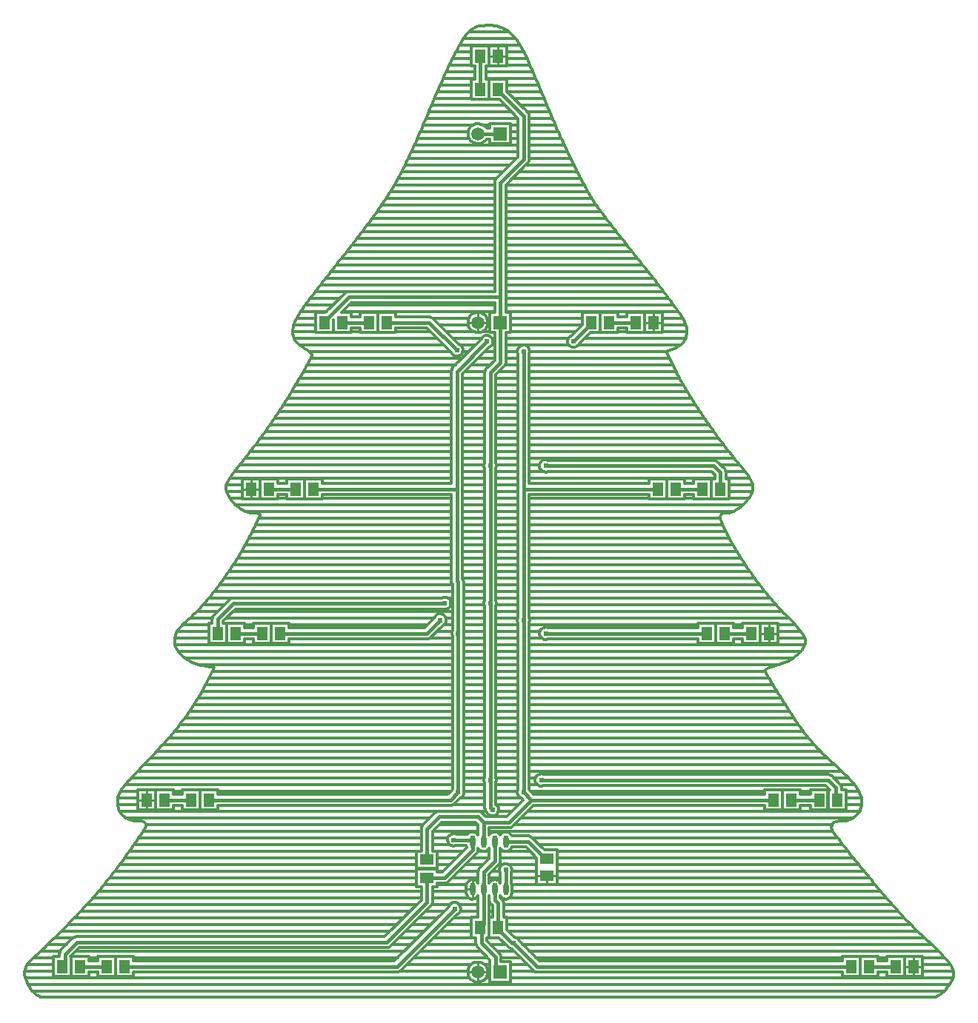
<source format=gtl>
G04*
G04 #@! TF.GenerationSoftware,Altium Limited,Altium Designer,22.10.1 (41)*
G04*
G04 Layer_Physical_Order=1*
G04 Layer_Color=255*
%FSLAX25Y25*%
%MOIN*%
G70*
G04*
G04 #@! TF.SameCoordinates,D5E8C374-DC9F-4CCB-AA59-07C5174D7588*
G04*
G04*
G04 #@! TF.FilePolarity,Positive*
G04*
G01*
G75*
%ADD24C,0.01200*%
%ADD25O,0.02362X0.05709*%
%ADD26R,0.04724X0.05906*%
%ADD27R,0.06102X0.04921*%
%ADD28R,0.05906X0.04724*%
%ADD29C,0.01000*%
%ADD30C,0.01800*%
%ADD31R,0.05906X0.05906*%
%ADD32C,0.05906*%
%ADD33C,0.02400*%
D24*
X320482Y312997D02*
X319906Y313809D01*
X319329Y314620D01*
X318749Y315430D01*
X318168Y316238D01*
X317585Y317045D01*
X317000Y317850D01*
X316413Y318655D01*
X315825Y319458D01*
X321974Y310323D02*
X321541Y311249D01*
X321043Y312142D01*
X320482Y312997D01*
X315825Y319458D02*
X315260Y320225D01*
X314693Y320991D01*
X314125Y321755D01*
X313555Y322518D01*
X312983Y323280D01*
X312409Y324040D01*
X311833Y324799D01*
X311256Y325557D01*
X310677Y326313D01*
X310096Y327068D01*
X310096Y327068D02*
X309459Y327892D01*
X308820Y328715D01*
X308180Y329537D01*
X307539Y330358D01*
X306896Y331177D01*
X306252Y331996D01*
X305606Y332813D01*
X304959Y333629D01*
X304310Y334444D01*
X303660Y335257D01*
X322973Y306413D02*
X322835Y307416D01*
X322622Y308406D01*
X322334Y309377D01*
X321974Y310323D01*
X297056Y343549D02*
X297655Y342794D01*
X298254Y342039D01*
X298853Y341284D01*
X299453Y340530D01*
X300053Y339776D01*
X300653Y339022D01*
X301254Y338268D01*
X301855Y337515D01*
X302456Y336762D01*
X303058Y336009D01*
X303660Y335258D01*
X290815Y351475D02*
X291437Y350681D01*
X292059Y349887D01*
X292682Y349094D01*
X293305Y348301D01*
X293929Y347508D01*
X294553Y346716D01*
X295178Y345924D01*
X295803Y345133D01*
X296429Y344341D01*
X297055Y343551D01*
X323012Y279105D02*
X323540Y278246D01*
X324071Y277389D01*
X324605Y276533D01*
X325141Y275680D01*
X325681Y274828D01*
X326223Y273978D01*
X326768Y273130D01*
X327317Y272283D01*
X327868Y271439D01*
X328422Y270596D01*
X328979Y269756D01*
X329538Y268917D01*
X330101Y268080D01*
X323009Y305683D02*
X322973Y306413D01*
X330101Y268080D02*
X330644Y267279D01*
X331189Y266478D01*
X331737Y265680D01*
X332288Y264884D01*
X332840Y264089D01*
X333396Y263296D01*
X333954Y262504D01*
X334514Y261715D01*
X335077Y260927D01*
X335642Y260141D01*
X336210Y259356D01*
X336780Y258574D01*
X337352Y257793D01*
X337928Y257014D01*
X322500Y302981D02*
X322781Y303858D01*
X322952Y304763D01*
X323009Y305683D01*
X320551Y300234D02*
X321348Y301039D01*
X322004Y301962D01*
X322500Y302981D01*
X317845Y288390D02*
X318283Y287529D01*
X318727Y286671D01*
X319178Y285816D01*
X319635Y284965D01*
X320099Y284117D01*
X320568Y283273D01*
X321045Y282432D01*
X321527Y281595D01*
X322016Y280761D01*
X322511Y279932D01*
X323012Y279106D01*
X337928Y257014D02*
X338529Y256206D01*
X339135Y255402D01*
X339745Y254600D01*
X340359Y253802D01*
X340977Y253007D01*
X341599Y252215D01*
X342225Y251426D01*
X342855Y250641D01*
X343490Y249858D01*
X344128Y249080D01*
X344770Y248304D01*
X345417Y247532D01*
X349799Y242162D02*
X349183Y242937D01*
X348563Y243710D01*
X347940Y244480D01*
X347314Y245247D01*
X346685Y246011D01*
X346052Y246773D01*
X345417Y247532D01*
X336768Y247268D02*
X335957Y247810D01*
X335000Y248000D01*
X336768Y247268D02*
X335957Y247810D01*
X335000Y248000D01*
X317281Y298298D02*
X318159Y298673D01*
X319000Y299123D01*
X319799Y299645D01*
X320551Y300234D01*
X283031Y361616D02*
X283655Y360757D01*
X284286Y359903D01*
X284924Y359056D01*
X285570Y358214D01*
X285570Y358214D02*
X286151Y357464D01*
X286733Y356714D01*
X287315Y355964D01*
X287897Y355215D01*
X288480Y354466D01*
X289063Y353718D01*
X289647Y352970D01*
X290231Y352222D01*
X290815Y351475D01*
X351800Y239123D02*
X351350Y239915D01*
X350866Y240687D01*
X350349Y241436D01*
X349799Y242162D01*
X352580Y236797D02*
X352290Y237994D01*
X351800Y239123D01*
X352504Y234405D02*
X352656Y235807D01*
X352580Y236797D01*
X350974Y230982D02*
X351486Y231774D01*
X351914Y232615D01*
X352255Y233495D01*
X352504Y234405D01*
X340571Y242429D02*
X340381Y243386D01*
X339839Y244197D01*
X340571Y242429D02*
X340381Y243386D01*
X339839Y244197D01*
X352961Y195601D02*
X353538Y194806D01*
X354119Y194014D01*
X354704Y193226D01*
X355295Y192440D01*
X355889Y191658D01*
X356488Y190880D01*
X357091Y190105D01*
X357699Y189333D01*
X358311Y188565D01*
X358928Y187800D01*
X359549Y187039D01*
X360174Y186281D01*
X347884Y227579D02*
X348562Y228202D01*
X349212Y228855D01*
X349831Y229537D01*
X350419Y230246D01*
X350974Y230982D01*
X360174Y186281D02*
X360841Y185486D01*
X361516Y184697D01*
X362198Y183915D01*
X362889Y183140D01*
X363587Y182371D01*
X364293Y181610D01*
X365006Y180856D01*
X365727Y180108D01*
X366455Y179368D01*
X367191Y178636D01*
X344193Y225021D02*
X344976Y225464D01*
X345739Y225942D01*
X346479Y226455D01*
X347194Y227001D01*
X347884Y227579D01*
X346338Y205481D02*
X346864Y204641D01*
X347395Y203804D01*
X347931Y202969D01*
X348471Y202138D01*
X349016Y201310D01*
X349566Y200485D01*
X350120Y199663D01*
X350679Y198844D01*
X351243Y198029D01*
X351811Y197216D01*
X352384Y196407D01*
X352961Y195601D01*
X371203Y174504D02*
X370547Y175204D01*
X369885Y175900D01*
X369219Y176591D01*
X368548Y177278D01*
X367872Y177959D01*
X367191Y178636D01*
X340861Y224186D02*
X342012Y224280D01*
X343133Y224561D01*
X344193Y225021D01*
X340861Y224186D02*
X339767Y224079D01*
X338714Y223765D01*
X338714Y223765D02*
X337959Y222609D01*
X338496Y220282D02*
X338917Y219367D01*
X339343Y218455D01*
X339774Y217546D01*
X340211Y216639D01*
X340654Y215735D01*
X341102Y214834D01*
X337959Y222609D02*
X338110Y221418D01*
X338496Y220282D01*
X341102Y214834D02*
X341542Y213964D01*
X341989Y213098D01*
X342443Y212235D01*
X342905Y211377D01*
X343374Y210522D01*
X343850Y209672D01*
X344334Y208825D01*
X344824Y207983D01*
X345322Y207145D01*
X345826Y206311D01*
X346338Y205481D01*
X260049Y407807D02*
X259676Y408717D01*
X259302Y409627D01*
X258926Y410536D01*
X258550Y411445D01*
X258173Y412354D01*
X257794Y413262D01*
X257415Y414169D01*
X257035Y415076D01*
X256653Y415983D01*
X256271Y416889D01*
X255887Y417795D01*
X255502Y418701D01*
X255117Y419605D01*
X254730Y420510D01*
X254342Y421414D01*
X253953Y422318D01*
X253563Y423221D01*
X253172Y424123D01*
X252780Y425026D01*
X252387Y425927D01*
X251993Y426829D01*
X251598Y427730D01*
X251202Y428630D01*
X260049Y407807D02*
X260431Y406876D01*
X260815Y405946D01*
X261202Y405017D01*
X261591Y404089D01*
X261982Y403162D01*
X262375Y402236D01*
X262771Y401311D01*
X263169Y400387D01*
X263569Y399463D01*
X263971Y398541D01*
X264375Y397620D01*
X264782Y396699D01*
X265191Y395780D01*
X265601Y394861D01*
X266015Y393944D01*
X251202Y428630D02*
X250804Y429510D01*
X250390Y430382D01*
X249960Y431247D01*
X249514Y432103D01*
X249052Y432951D01*
X248575Y433790D01*
X248082Y434621D01*
X247573Y435441D01*
X247049Y436253D01*
X246511Y437054D01*
X245957Y437845D01*
X252000Y402980D02*
X251810Y403937D01*
X251268Y404748D01*
X252000Y402980D02*
X251810Y403937D01*
X251268Y404748D01*
X266015Y393944D02*
X266425Y393039D01*
X266837Y392135D01*
X267252Y391233D01*
X267668Y390331D01*
X268087Y389431D01*
X268509Y388531D01*
X268932Y387633D01*
X269358Y386736D01*
X269786Y385840D01*
X270216Y384945D01*
X270649Y384050D01*
X271083Y383157D01*
X271520Y382265D01*
X271959Y381375D01*
X272400Y380485D01*
X272401Y380485D02*
X272848Y379588D01*
X273298Y378694D01*
X273751Y377800D01*
X274206Y376908D01*
X274665Y376017D01*
X275125Y375127D01*
X275589Y374239D01*
X276055Y373353D01*
X276523Y372467D01*
X276994Y371583D01*
X277468Y370700D01*
X277944Y369819D01*
X278423Y368939D01*
X278423Y368939D02*
X278890Y368098D01*
X279368Y367264D01*
X279858Y366436D01*
X280360Y365614D01*
X280872Y364800D01*
X281395Y363993D01*
X281930Y363193D01*
X282475Y362401D01*
X283031Y361616D01*
X251268Y381732D02*
X251810Y382543D01*
X252000Y383500D01*
X251268Y381732D02*
X251810Y382543D01*
X252000Y383500D01*
X245957Y437845D02*
X245373Y438608D01*
X244738Y439328D01*
X244055Y440004D01*
X243327Y440631D01*
X242558Y441207D01*
X241752Y441729D01*
X240912Y442195D01*
X240912D02*
X240037Y442605D01*
X239137Y442955D01*
X238215Y443243D01*
X237276Y443469D01*
X236324Y443631D01*
X235363Y443728D01*
X234398Y443761D01*
X237232Y374768D02*
X236691Y373957D01*
X236500Y373000D01*
X237232Y374768D02*
X236691Y373957D01*
X236500Y373000D01*
X271214Y304159D02*
X270311Y303662D01*
X269649Y302870D01*
X269318Y301893D01*
X269364Y300863D01*
X269780Y299919D01*
X270509Y299189D01*
X271453Y298774D01*
X272484Y298728D01*
X273461Y299058D01*
X274252Y299720D01*
X274750Y300624D01*
X252300Y297000D02*
X252120Y297989D01*
X251602Y298850D01*
X250813Y299473D01*
X249855Y299777D01*
X248852Y299724D01*
X247932Y299320D01*
X247214Y298617D01*
X246790Y297705D01*
X246716Y296703D01*
X247000Y295739D01*
X252000D02*
X252300Y297000D01*
X240768Y290232D02*
X241310Y291044D01*
X241500Y292000D01*
X240768Y290232D02*
X241310Y291044D01*
X241500Y292000D01*
X260761Y248000D02*
X259770Y248287D01*
X258743Y248196D01*
X257818Y247738D01*
X257121Y246977D01*
X256748Y246016D01*
Y244984D01*
X257121Y244023D01*
X257818Y243262D01*
X258743Y242804D01*
X259770Y242713D01*
X260761Y243000D01*
X252300Y176000D02*
X252000Y177261D01*
Y174739D02*
X252300Y176000D01*
X247000Y177261D02*
X246734Y176434D01*
Y175566D01*
X247000Y174739D01*
X237000Y244239D02*
X237300Y245500D01*
X237000Y246761D01*
X233876Y298841D02*
X234653Y299240D01*
X235269Y299859D01*
X235664Y300638D01*
X235800Y301500D01*
X237000Y182239D02*
X237300Y183500D01*
X237000Y184761D01*
X388268Y105768D02*
X387457Y106310D01*
X386500Y106500D01*
X388268Y105768D02*
X387457Y106310D01*
X386500Y106500D01*
X397327Y103187D02*
X396621Y103951D01*
X395907Y104707D01*
X395185Y105454D01*
X394454Y106194D01*
X393716Y106926D01*
X392969Y107650D01*
X392215Y108365D01*
X391452Y109072D01*
X390682Y109771D01*
X389905Y110461D01*
X382514Y117595D02*
X383271Y116814D01*
X384033Y116037D01*
X384800Y115267D01*
X385573Y114501D01*
X386351Y113741D01*
X378972Y121412D02*
X379670Y120639D01*
X380373Y119870D01*
X381081Y119107D01*
X381795Y118348D01*
X382514Y117595D01*
X386351Y113741D02*
X387049Y113071D01*
X387753Y112408D01*
X388464Y111752D01*
X389181Y111103D01*
X389905Y110461D01*
X392500Y100500D02*
X392310Y101457D01*
X391768Y102268D01*
X392500Y100500D02*
X392310Y101457D01*
X391768Y102268D01*
X376271Y166700D02*
X376146Y167640D01*
X375780Y168516D01*
Y168516D02*
X375226Y169424D01*
X374635Y170309D01*
X374009Y171169D01*
X375381Y163523D02*
X375870Y164522D01*
X376170Y165593D01*
X376271Y166700D01*
X374008Y171170D02*
X373338Y172029D01*
X372647Y172871D01*
X371935Y173696D01*
X371203Y174504D01*
X372761Y160376D02*
X373502Y161088D01*
X374188Y161853D01*
X374815Y162666D01*
X375381Y163523D01*
X371768Y130995D02*
X372317Y130169D01*
X372873Y129349D01*
X373438Y128533D01*
X374010Y127723D01*
X374589Y126919D01*
X375176Y126120D01*
X375771Y125326D01*
X376373Y124538D01*
X368848Y157691D02*
X369684Y158147D01*
X370495Y158645D01*
X371279Y159183D01*
X372036Y159761D01*
X372761Y160376D01*
X376373Y124538D02*
X377001Y123739D01*
X377644Y122951D01*
X378301Y122176D01*
X378972Y121412D01*
X365392Y140942D02*
X365914Y140107D01*
X366438Y139274D01*
X366964Y138441D01*
X367491Y137610D01*
X368020Y136779D01*
X368550Y135950D01*
X369082Y135122D01*
X369616Y134294D01*
X370151Y133468D01*
X370688Y132643D01*
X371227Y131819D01*
X371767Y130996D01*
X401097Y97313D02*
X400684Y98226D01*
X400227Y99118D01*
X399728Y99986D01*
X399187Y100829D01*
X398605Y101645D01*
X397985Y102432D01*
X397327Y103187D01*
X401783Y93936D02*
X401706Y95089D01*
X401476Y96222D01*
X401097Y97313D01*
X401644Y92391D02*
X401748Y93160D01*
X401783Y93936D01*
X364145Y155878D02*
X365115Y156160D01*
X366072Y156483D01*
X367014Y156846D01*
X367940Y157249D01*
X368848Y157691D01*
X364145Y155878D02*
X363020Y155563D01*
X361902Y155220D01*
X361902D02*
X360951Y154895D01*
X360013Y154535D01*
X360013D02*
X359272Y154221D01*
X358539Y153888D01*
X358294Y153501D02*
X358437Y152464D01*
X358857Y151506D01*
X358857Y151506D02*
X359398Y150624D01*
X359940Y149741D01*
X360483Y148860D01*
X361026Y147978D01*
X361570Y147098D01*
X362114Y146217D01*
X362659Y145337D01*
X363205Y144457D01*
X363751Y143577D01*
X364298Y142698D01*
X364845Y141819D01*
X365392Y140942D01*
X439683Y23335D02*
X439015Y24026D01*
X438344Y24713D01*
X437670Y25398D01*
X436992Y26078D01*
X436310Y26755D01*
X435625Y27429D01*
X434937Y28100D01*
X434246Y28767D01*
X433551Y29430D01*
X432853Y30090D01*
X432152Y30747D01*
X431447Y31400D01*
X417999Y45008D02*
X418675Y44261D01*
X419354Y43518D01*
X420037Y42778D01*
X420724Y42041D01*
X421414Y41307D01*
X422108Y40577D01*
X422806Y39850D01*
X423507Y39127D01*
X424211Y38407D01*
X424919Y37691D01*
X425631Y36978D01*
X426346Y36268D01*
X427064Y35562D01*
X427786Y34860D01*
X428511Y34161D01*
X429240Y33465D01*
X429972Y32774D01*
X430707Y32085D01*
X431446Y31401D01*
X402964Y62616D02*
X403598Y61834D01*
X404235Y61054D01*
X404872Y60275D01*
X405512Y59497D01*
X406153Y58721D01*
X406797Y57947D01*
X407442Y57174D01*
X408088Y56402D01*
X408737Y55632D01*
X409387Y54863D01*
X410039Y54096D01*
X410693Y53330D01*
X411348Y52566D01*
X412006Y51803D01*
X412665Y51042D01*
X413326Y50283D01*
X413988Y49524D01*
X414652Y48768D01*
X415318Y48013D01*
X415986Y47259D01*
X416655Y46507D01*
X417327Y45757D01*
X417999Y45008D01*
X399384Y88075D02*
X400039Y88815D01*
X400601Y89630D01*
X401060Y90506D01*
X401409Y91431D01*
X401644Y92391D01*
X398125Y87091D02*
X398784Y87545D01*
X399384Y88075D01*
X396461Y86261D02*
X397309Y86644D01*
X398125Y87091D01*
X394673Y85695D02*
X395578Y85943D01*
X396461Y86261D01*
X393039Y85507D02*
X393862Y85554D01*
X394673Y85695D01*
X443024Y16652D02*
X442937Y17624D01*
X442680Y18564D01*
X442680Y18564D02*
X442321Y19439D01*
X441902Y20287D01*
X441427Y21104D01*
X440897Y21887D01*
X440315Y22632D01*
X439683Y23335D01*
X442567Y14460D02*
X442909Y15533D01*
X443024Y16652D01*
X439511Y9698D02*
X440124Y10420D01*
X440697Y11174D01*
X441230Y11957D01*
X441720Y12767D01*
X442166Y13602D01*
X442567Y14460D01*
X434715Y6121D02*
X435607Y6579D01*
X436468Y7096D01*
X437292Y7669D01*
X438076Y8296D01*
X438817Y8973D01*
X439511Y9698D01*
X393039Y85507D02*
X391543Y85424D01*
X391543D02*
X390168Y85176D01*
X390168Y85176D02*
X389079Y84817D01*
Y84817D02*
X388568Y84382D01*
X388568D02*
X388167Y83439D01*
X388066Y82419D01*
X388275Y81416D01*
X388774Y80520D01*
X388774Y80520D02*
X389383Y79736D01*
X389993Y78952D01*
X390604Y78169D01*
X391215Y77386D01*
X391827Y76604D01*
X392440Y75822D01*
X393054Y75041D01*
X393668Y74260D01*
X394283Y73480D01*
X394898Y72701D01*
X395514Y71922D01*
X396131Y71144D01*
X396749Y70366D01*
X397367Y69588D01*
X397986Y68812D01*
X398606Y68035D01*
X399226Y67260D01*
X399848Y66485D01*
X400469Y65710D01*
X401092Y64936D01*
X401715Y64162D01*
X402339Y63390D01*
X402963Y62617D01*
X260761Y172500D02*
X259770Y172787D01*
X258743Y172696D01*
X257818Y172238D01*
X257121Y171477D01*
X256748Y170516D01*
Y169484D01*
X257121Y168523D01*
X257818Y167762D01*
X258743Y167304D01*
X259770Y167213D01*
X260761Y167500D01*
X258761Y106500D02*
X257770Y106787D01*
X256743Y106696D01*
X255818Y106238D01*
X255121Y105477D01*
X254748Y104516D01*
Y103484D01*
X255121Y102523D01*
X255818Y101762D01*
X256743Y101304D01*
X257770Y101213D01*
X258761Y101500D01*
X253449Y77996D02*
X252638Y78538D01*
X251681Y78728D01*
X253449Y77996D02*
X252638Y78538D01*
X251681Y78728D01*
X247000Y99761D02*
X246721Y98844D01*
X246768Y97887D01*
X247135Y97002D01*
X247778Y96292D01*
X248624Y95841D01*
X243000Y82500D02*
X243957Y82690D01*
X244768Y83232D01*
X243000Y82500D02*
X243957Y82690D01*
X244768Y83232D01*
X244155Y78728D02*
X243726Y79568D01*
X243041Y80217D01*
X242178Y80599D01*
X241237Y80670D01*
X240327Y80423D01*
X239551Y79886D01*
X239000Y79120D01*
Y73337D02*
X239551Y72571D01*
X240327Y72034D01*
X241237Y71786D01*
X242178Y71858D01*
X243041Y72240D01*
X243726Y72888D01*
X244155Y73728D01*
X237000Y102739D02*
X237300Y104000D01*
X238300Y90500D02*
X238144Y91421D01*
X237694Y92239D01*
X237000Y92864D01*
X237300Y104000D02*
X237000Y105261D01*
X239000Y79120D02*
X238385Y79946D01*
X237512Y80492D01*
X236500Y80683D01*
X235488Y80492D01*
X234615Y79946D01*
X234000Y79120D01*
X232776Y89850D02*
X233185Y88925D01*
X233896Y88205D01*
X234817Y87785D01*
X235827Y87719D01*
X236794Y88017D01*
X237592Y88639D01*
X238117Y89505D01*
X238300Y90500D01*
X244000Y62239D02*
X244300Y63500D01*
X244281Y56445D02*
X244000Y57663D01*
X247609Y31517D02*
X247064Y32392D01*
X246239Y33011D01*
X245246Y33289D01*
X239000Y51880D02*
X239638Y51032D01*
X240548Y50485D01*
X241597Y50319D01*
X242631Y50558D01*
X243500Y51166D01*
X244078Y52056D01*
X244281Y53098D01*
X253823Y18232D02*
X254634Y17690D01*
X255591Y17500D01*
X253823Y18232D02*
X254634Y17690D01*
X255591Y17500D01*
X240500Y48500D02*
X240310Y49457D01*
X239768Y50268D01*
X240500Y48500D02*
X240310Y49457D01*
X239768Y50268D01*
X243019Y28521D02*
X244254Y27801D01*
X238268Y65732D02*
X238810Y66543D01*
X239000Y67500D01*
X244300Y63500D02*
X244120Y64489D01*
X243602Y65350D01*
X242813Y65973D01*
X241856Y66277D01*
X240852Y66224D01*
X239932Y65820D01*
X239214Y65117D01*
X238790Y64205D01*
X238716Y63203D01*
X239000Y62239D01*
X238268Y65732D02*
X238810Y66543D01*
X239000Y67500D01*
Y57663D02*
X238385Y58490D01*
X237512Y59035D01*
X236500Y59226D01*
X235488Y59035D01*
X234615Y58490D01*
X234000Y57663D01*
Y50000D02*
X234190Y49043D01*
X234732Y48232D01*
X234000Y50000D02*
X234190Y49043D01*
X234732Y48232D01*
X233891Y38432D02*
X234000Y39161D01*
X239447Y24053D02*
X239257Y25010D01*
X238715Y25820D01*
X239447Y24053D02*
X239257Y25010D01*
X238715Y25820D01*
X233891Y38432D02*
X234000Y39161D01*
X234398Y443761D02*
X233490Y443751D01*
X232583Y443723D01*
X231677Y443677D01*
X230772Y443612D01*
X229570Y443435D01*
X228400Y443104D01*
X227401Y442660D01*
X226482Y442066D01*
X225766Y441490D01*
X225082Y440877D01*
X224430Y440230D01*
X223724Y439452D01*
X223057Y438641D01*
X222432Y437797D01*
X221849Y436924D01*
X221309Y436023D01*
X220846Y435196D01*
X220388Y434367D01*
X219936Y433534D01*
X219490Y432698D01*
X219050Y431859D01*
X218616Y431017D01*
X218187Y430171D01*
X217765Y429323D01*
X217348Y428472D01*
X217348Y428472D02*
X216926Y427600D01*
X216508Y426726D01*
X216092Y425851D01*
X215679Y424974D01*
X215269Y424096D01*
X214862Y423216D01*
X214457Y422336D01*
X214056Y421454D01*
X213658Y420570D01*
X213262Y419686D01*
X212870Y418799D01*
X212480Y417912D01*
X212093Y417024D01*
X232805Y397500D02*
X232159Y398278D01*
X231358Y398895D01*
X230439Y399319D01*
X229450Y399530D01*
X228439Y399518D01*
X227455Y399282D01*
X226548Y398835D01*
X225761Y398199D01*
X225135Y397405D01*
X224699Y396492D01*
X224476Y395505D01*
Y394494D01*
X224699Y393507D01*
X225135Y392595D01*
X225761Y391800D01*
X226548Y391164D01*
X227455Y390717D01*
X228439Y390482D01*
X229450Y390469D01*
X230439Y390680D01*
X231358Y391105D01*
X232159Y391721D01*
X232805Y392500D01*
X233553Y310000D02*
X233447Y310978D01*
X233132Y311911D01*
X232625Y312755D01*
X231948Y313470D01*
X231133Y314022D01*
X230218Y314387D01*
X229247Y314546D01*
X228264Y314493D01*
X227315Y314229D01*
X226445Y313768D01*
X225695Y313131D01*
X225099Y312347D01*
X224686Y311453D01*
X224474Y310492D01*
Y309507D01*
X224686Y308546D01*
X225099Y307652D01*
X225695Y306869D01*
X226445Y306231D01*
X227315Y305770D01*
X228264Y305507D01*
X229247Y305454D01*
X230218Y305613D01*
X231133Y305977D01*
X231948Y306530D01*
X232625Y307244D01*
X233132Y308088D01*
X233447Y309021D01*
X233553Y310000D01*
X235800Y301500D02*
X235627Y302468D01*
X235131Y303316D01*
X234372Y303941D01*
X233444Y304265D01*
X232461Y304248D01*
X231544Y303892D01*
X230807Y303241D01*
X230341Y302376D01*
X222300Y297500D02*
X222164Y298362D01*
X221769Y299141D01*
X221153Y299760D01*
X220376Y300159D01*
X216841Y296624D02*
X217307Y295759D01*
X218044Y295108D01*
X218961Y294752D01*
X219944Y294735D01*
X220872Y295059D01*
X221631Y295684D01*
X222127Y296532D01*
X222300Y297500D01*
X232732Y289268D02*
X232190Y288457D01*
X232000Y287500D01*
X232732Y289268D02*
X232190Y288457D01*
X232000Y287500D01*
Y246761D02*
X231734Y245934D01*
Y245066D01*
X232000Y244239D01*
Y184761D02*
X231734Y183934D01*
Y183066D01*
X232000Y182239D01*
X222500Y193081D02*
X222372Y193872D01*
X222000Y194581D01*
X222800Y170000D02*
X222500Y171261D01*
Y168739D02*
X222800Y170000D01*
X222500Y193081D02*
X222372Y193872D01*
X222000Y194581D01*
X217732Y289768D02*
X217190Y288957D01*
X217000Y288000D01*
X217732Y289768D02*
X217190Y288957D01*
X217000Y288000D01*
X217500Y171261D02*
X217234Y170434D01*
Y169566D01*
X217500Y168739D01*
X217000Y193581D02*
X217128Y192791D01*
X217500Y192081D01*
X217000Y193581D02*
X217128Y192791D01*
X217500Y192081D01*
X212093Y417024D02*
X211700Y416115D01*
X211307Y415206D01*
X210915Y414296D01*
X210523Y413387D01*
X210132Y412477D01*
X209741Y411567D01*
X209351Y410657D01*
X208961Y409747D01*
X208572Y408836D01*
X208184Y407925D01*
X207796Y407014D01*
X207408Y406103D01*
X207021Y405191D01*
X206635Y404279D01*
X206249Y403367D01*
X205864Y402455D01*
X205479Y401542D01*
X205095Y400630D01*
X204711Y399717D01*
X204330Y398807D01*
X196707Y381890D02*
X197131Y382770D01*
X197552Y383651D01*
X197970Y384534D01*
X198386Y385418D01*
X198800Y386303D01*
X199211Y387189D01*
X199619Y388076D01*
X200026Y388964D01*
X200429Y389854D01*
X200831Y390744D01*
X201229Y391636D01*
X201626Y392528D01*
X202019Y393422D01*
X202411Y394317D01*
X202800Y395213D01*
X203186Y396110D01*
X203570Y397008D01*
X203951Y397908D01*
X204329Y398807D01*
X189635Y369010D02*
X190148Y369845D01*
X190656Y370684D01*
X191157Y371526D01*
X191653Y372371D01*
X192142Y373220D01*
X192626Y374073D01*
X193104Y374928D01*
X193575Y375787D01*
X194041Y376650D01*
X194501Y377515D01*
X194954Y378384D01*
X195402Y379256D01*
X195843Y380131D01*
X196278Y381009D01*
X196707Y381890D01*
X180526Y355669D02*
X181129Y356479D01*
X181729Y357292D01*
X182323Y358108D01*
X182914Y358927D01*
X183499Y359750D01*
X184080Y360576D01*
X184657Y361405D01*
X185229Y362238D01*
X185796Y363074D01*
X186358Y363912D01*
X186916Y364754D01*
X187469Y365599D01*
X188018Y366447D01*
X188561Y367298D01*
X189101Y368152D01*
X189635Y369010D01*
X165796Y336600D02*
X166420Y337386D01*
X167044Y338173D01*
X167667Y338961D01*
X168288Y339749D01*
X168909Y340539D01*
X169529Y341329D01*
X170148Y342119D01*
X170766Y342911D01*
X171383Y343703D01*
X171999Y344496D01*
X172614Y345289D01*
X173229Y346083D01*
X173842Y346879D01*
X174454Y347674D01*
X175066Y348471D01*
X175677Y349268D01*
X176286Y350066D01*
X176895Y350864D01*
X177503Y351664D01*
X178109Y352464D01*
X178715Y353264D01*
X179320Y354066D01*
X179924Y354868D01*
X180526Y355669D01*
X208768Y311768D02*
X207957Y312310D01*
X207000Y312500D01*
X170909Y324000D02*
X169953Y323810D01*
X169142Y323268D01*
X170909Y324000D02*
X169953Y323810D01*
X169142Y323268D01*
X208768Y311768D02*
X207957Y312310D01*
X207000Y312500D01*
X154088Y294304D02*
X154327Y295231D01*
X165796Y336600D02*
X165185Y335831D01*
X164575Y335062D01*
X163965Y334292D01*
X163357Y333521D01*
X162749Y332750D01*
X162142Y331978D01*
X161535Y331205D01*
X160930Y330432D01*
X160325Y329659D01*
X159720Y328884D01*
X159117Y328110D01*
X158514Y327334D01*
X157912Y326558D01*
X157311Y325782D01*
X156710Y325005D01*
X156111Y324227D01*
X155511Y323449D01*
X154913Y322670D01*
X154316Y321890D01*
X153719Y321111D01*
X153123Y320330D01*
X152528Y319549D01*
X151933Y318767D01*
X151931Y318765D02*
X151333Y317962D01*
X150751Y317147D01*
X150185Y316322D01*
X149634Y315485D01*
X149100Y314638D01*
X148582Y313781D01*
X148082Y312915D01*
X147598Y312038D01*
X147131Y311153D01*
X146681Y310258D01*
X148077Y300496D02*
X148766Y299919D01*
X149469Y299360D01*
X146681Y310258D02*
X146314Y309411D01*
X146029Y308533D01*
X145830Y307631D01*
X145717Y306715D01*
X145692Y305792D01*
X145755Y304871D01*
X145755D02*
X145946Y303876D01*
X146283Y302921D01*
X146758Y302026D01*
X147361Y301212D01*
X148077Y300496D01*
X152214Y297446D02*
X153078Y297024D01*
X150912Y298302D02*
X151557Y297866D01*
X152214Y297446D01*
X154327Y295231D02*
X153984Y296324D01*
X153078Y297024D01*
X149469Y299360D02*
X150183Y298821D01*
X150912Y298302D01*
X145568Y279554D02*
X146083Y280414D01*
X146597Y281274D01*
X147109Y282135D01*
X147619Y282998D01*
X148127Y283862D01*
X148634Y284726D01*
X149138Y285592D01*
X149642Y286459D01*
X150143Y287327D01*
X150642Y288195D01*
X151140Y289065D01*
X151636Y289936D01*
X152130Y290808D01*
X152622Y291681D01*
X153112Y292554D01*
X153601Y293429D01*
X154087Y294304D01*
X135243Y263623D02*
X135813Y264444D01*
X136380Y265266D01*
X136944Y266091D01*
X137506Y266918D01*
X138064Y267747D01*
X138619Y268578D01*
X139172Y269410D01*
X139721Y270245D01*
X140268Y271082D01*
X140811Y271920D01*
X141351Y272761D01*
X141889Y273603D01*
X142423Y274447D01*
X142955Y275294D01*
X143483Y276142D01*
X144009Y276992D01*
X144531Y277844D01*
X145051Y278697D01*
X145567Y279553D01*
X124186Y248961D02*
X124829Y249753D01*
X125469Y250549D01*
X126105Y251347D01*
X126738Y252147D01*
X127367Y252950D01*
X127993Y253756D01*
X128616Y254565D01*
X129236Y255376D01*
X129852Y256189D01*
X130465Y257005D01*
X131074Y257824D01*
X131680Y258645D01*
X132282Y259468D01*
X132882Y260295D01*
X133477Y261123D01*
X134070Y261954D01*
X134658Y262788D01*
X135243Y263623D01*
X124186Y248961D02*
X123518Y248134D01*
X122855Y247303D01*
X122197Y246468D01*
X121545Y245628D01*
X120899Y244784D01*
Y244784D02*
X120330Y244029D01*
X119768Y243268D01*
X119214Y242502D01*
X118666Y241731D01*
X118126Y240954D01*
Y240954D02*
X117574Y240145D01*
X117028Y239332D01*
X116488Y238514D01*
X115955Y237692D01*
X129391Y224130D02*
X128382Y224186D01*
X216800Y183500D02*
X216640Y184433D01*
X216178Y185259D01*
X215468Y185884D01*
X214590Y186237D01*
X213644Y186277D01*
X212739Y186000D01*
Y181000D02*
X213644Y180723D01*
X214590Y180763D01*
X215468Y181116D01*
X216178Y181741D01*
X216640Y182567D01*
X216800Y183500D01*
X214800Y176000D02*
X214627Y176968D01*
X214131Y177816D01*
X213372Y178441D01*
X212444Y178765D01*
X211461Y178748D01*
X210544Y178392D01*
X209807Y177741D01*
X209341Y176876D01*
X212876Y173341D02*
X213653Y173740D01*
X214269Y174359D01*
X214664Y175137D01*
X214800Y176000D01*
X130839Y223714D02*
X130241Y223960D01*
X129391Y224130D01*
X129416Y219802D02*
X129909Y220824D01*
X130401Y221847D01*
X130891Y222871D01*
X127658Y216251D02*
X128103Y217136D01*
X128544Y218022D01*
X128982Y218911D01*
X129416Y219802D01*
X125572Y212183D02*
X125993Y212995D01*
X126412Y213808D01*
X126829Y214621D01*
X127244Y215436D01*
X127658Y216251D01*
X123861Y225190D02*
X124723Y224832D01*
X125613Y224551D01*
X126524Y224349D01*
X127450Y224226D01*
X128382Y224186D01*
X119650Y228084D02*
X120412Y227397D01*
X121218Y226761D01*
X122064Y226180D01*
X122946Y225656D01*
X123861Y225190D01*
X119827Y202259D02*
X120386Y203140D01*
X120938Y204024D01*
X121483Y204914D01*
X122020Y205807D01*
X122550Y206705D01*
X123072Y207608D01*
X123587Y208514D01*
X124095Y209425D01*
X124594Y210340D01*
X125087Y211260D01*
X125572Y212183D01*
X116649Y232143D02*
X117138Y231254D01*
X117685Y230401D01*
X118288Y229585D01*
X118944Y228812D01*
X119650Y228084D01*
X115955Y237692D02*
X115606Y236502D01*
Y236502D02*
X115648Y235598D01*
X115775Y234703D01*
X115986Y233823D01*
X116278Y232967D01*
X116649Y232143D01*
X112748Y192040D02*
X113366Y192872D01*
X113978Y193708D01*
X114586Y194547D01*
X115188Y195390D01*
X115786Y196237D01*
X116378Y197087D01*
X116966Y197940D01*
X117549Y198797D01*
X118126Y199658D01*
X118698Y200522D01*
X119265Y201389D01*
X119827Y202259D01*
X119000Y186000D02*
X118043Y185810D01*
X117232Y185268D01*
X119000Y186000D02*
X118043Y185810D01*
X117232Y185268D01*
X105375Y182882D02*
X106015Y183624D01*
X106650Y184371D01*
X107281Y185121D01*
X107907Y185875D01*
X108528Y186632D01*
X109145Y187394D01*
X109757Y188159D01*
X110365Y188928D01*
X110968Y189700D01*
X111566Y190477D01*
X112160Y191257D01*
X112748Y192040D01*
X110161Y178197D02*
X109619Y177386D01*
X109429Y176429D01*
X110161Y178197D02*
X109619Y177386D01*
X109429Y176429D01*
X98794Y176322D02*
X99571Y177003D01*
X100338Y177696D01*
X101093Y178401D01*
X101836Y179119D01*
X102568Y179848D01*
X103288Y180590D01*
X103996Y181342D01*
X104692Y182106D01*
X105375Y182882D01*
X98794Y176322D02*
X97968Y175600D01*
X97153Y174864D01*
X96349Y174117D01*
X95557Y173357D01*
X94901Y172671D01*
X94295Y171940D01*
X93742Y171168D01*
Y171168D02*
X93198Y170192D01*
X92812Y169143D01*
X232000Y105261D02*
X231734Y104434D01*
Y103566D01*
X232000Y102739D01*
Y91662D02*
X232190Y90706D01*
X232732Y89895D01*
X232000Y91662D02*
X232190Y90706D01*
X232732Y89895D01*
X222800Y98500D02*
X222500Y99761D01*
X220876Y95841D02*
X221653Y96240D01*
X222269Y96859D01*
X222664Y97637D01*
X222800Y98500D01*
X230768Y89268D02*
X229957Y89810D01*
X229000Y90000D01*
X230768Y89268D02*
X229957Y89810D01*
X229000Y90000D01*
Y79120D02*
X228422Y79912D01*
X227606Y80453D01*
X226652Y80678D01*
X225679Y80559D01*
X224808Y80109D01*
X224148Y79385D01*
X216500Y92500D02*
X217457Y92690D01*
X218268Y93232D01*
X216500Y92500D02*
X217457Y92690D01*
X218268Y93232D01*
X211500Y90000D02*
X210543Y89810D01*
X209732Y89268D01*
X211500Y90000D02*
X210543Y89810D01*
X209732Y89268D01*
X229000Y73337D02*
X229615Y72510D01*
X230488Y71965D01*
X231500Y71774D01*
X232512Y71965D01*
X233385Y72510D01*
X234000Y73337D01*
X229732Y64268D02*
X229190Y63457D01*
X229000Y62500D01*
X229732Y64268D02*
X229190Y63457D01*
X229000Y62500D01*
Y57663D02*
X228362Y58511D01*
X227452Y59058D01*
X226403Y59224D01*
X225369Y58986D01*
X224500Y58377D01*
X223921Y57487D01*
X223719Y56445D01*
X223724Y74385D02*
X223938Y73473D01*
X228268Y70732D02*
X228810Y71543D01*
X229000Y72500D01*
X228268Y70732D02*
X228810Y71543D01*
X229000Y72500D01*
X223719Y53098D02*
X223921Y52056D01*
X224500Y51166D01*
X225369Y50558D01*
X226403Y50319D01*
X227452Y50485D01*
X228362Y51032D01*
X229000Y51880D01*
X233553Y17500D02*
X233446Y18479D01*
X233132Y19412D01*
X232624Y20255D01*
X231947Y20970D01*
X231133Y21522D01*
X230218Y21887D01*
X229246Y22046D01*
X228263Y21993D01*
X227315Y21729D01*
X226445Y21268D01*
X225695Y20631D01*
X225099Y19847D01*
X224686Y18954D01*
X224474Y17992D01*
Y17008D01*
X224686Y16046D01*
X225099Y15153D01*
X225695Y14369D01*
X226445Y13732D01*
X227315Y13271D01*
X228263Y13007D01*
X229246Y12954D01*
X230218Y13113D01*
X231133Y13478D01*
X231947Y14030D01*
X232624Y14745D01*
X233132Y15588D01*
X233446Y16521D01*
X233553Y17500D01*
X219376Y43341D02*
X220153Y43740D01*
X220769Y44359D01*
X221164Y45138D01*
X221300Y46000D01*
X228000Y30500D02*
X228190Y29543D01*
X228732Y28732D01*
X228000Y30500D02*
X228190Y29543D01*
X228732Y28732D01*
X219467Y79385D02*
X218508Y79754D01*
X217480Y79751D01*
X216523Y79379D01*
X215765Y78686D01*
X215307Y77766D01*
X215212Y76744D01*
X215492Y75755D01*
X216110Y74935D01*
X216982Y74392D01*
X217991Y74200D01*
X219001Y74385D01*
X214000Y57500D02*
X214957Y57690D01*
X215768Y58232D01*
X214000Y57500D02*
X214957Y57690D01*
X215768Y58232D01*
X221300Y46000D02*
X221127Y46968D01*
X220631Y47816D01*
X219872Y48441D01*
X218944Y48765D01*
X217961Y48748D01*
X217044Y48392D01*
X216307Y47741D01*
X215841Y46876D01*
X206000Y167500D02*
X206957Y167690D01*
X207768Y168232D01*
X206000Y167500D02*
X206957Y167690D01*
X207768Y168232D01*
X92812Y169143D02*
X92573Y168001D01*
X92493Y166838D01*
X96181Y159687D02*
X96937Y159055D01*
X97731Y158470D01*
X98558Y157933D01*
X99415Y157447D01*
X100301Y157013D01*
X92493Y166838D02*
X92554Y165870D01*
X92735Y164918D01*
X93034Y163996D01*
X93446Y163118D01*
X94016Y162176D01*
X94666Y161285D01*
X95389Y160454D01*
X96181Y159687D01*
X204232Y83768D02*
X203690Y82957D01*
X203500Y82000D01*
X204232Y83768D02*
X203690Y82957D01*
X203500Y82000D01*
X100301Y157013D02*
X101258Y156609D01*
X102235Y156255D01*
X103228Y155952D01*
X104236Y155701D01*
X105256Y155501D01*
X102112Y139247D02*
X102641Y140102D01*
X103163Y140961D01*
X103676Y141825D01*
X104182Y142693D01*
X104680Y143566D01*
X105170Y144444D01*
X105651Y145326D01*
X106125Y146212D01*
X106591Y147103D01*
X107049Y147997D01*
X96350Y130882D02*
X96959Y131695D01*
X97561Y132514D01*
X98155Y133338D01*
X98743Y134167D01*
X99323Y135001D01*
X99896Y135841D01*
X100461Y136685D01*
X101019Y137534D01*
X101569Y138389D01*
X102112Y139247D01*
X89213Y122160D02*
X89889Y122930D01*
X90560Y123705D01*
X91226Y124484D01*
X91886Y125268D01*
X92540Y126056D01*
X93189Y126849D01*
X93833Y127647D01*
X94471Y128449D01*
X95103Y129255D01*
X95729Y130066D01*
X96350Y130882D01*
X80067Y112293D02*
X80787Y113037D01*
X81503Y113783D01*
X82218Y114532D01*
X82929Y115284D01*
X83638Y116038D01*
X84344Y116795D01*
X85048Y117554D01*
X85748Y118315D01*
X86447Y119079D01*
X87142Y119846D01*
X87835Y120615D01*
X88525Y121386D01*
X89212Y122160D01*
X80067Y112293D02*
X79371Y111574D01*
X78676Y110855D01*
X77983Y110134D01*
X77290Y109412D01*
X76599Y108689D01*
X75909Y107965D01*
X75220Y107240D01*
X74533Y106513D01*
X73846Y105786D01*
X73161Y105057D01*
X72477Y104327D01*
X72477Y104327D02*
X71746Y103526D01*
X71035Y102708D01*
X70344Y101872D01*
X69674Y101020D01*
X69026Y100151D01*
X69026D02*
X68387Y99186D01*
X67835Y98169D01*
X67374Y97107D01*
X67374Y97107D02*
X67063Y96120D01*
X66874Y95101D01*
X66811Y94068D01*
Y94067D02*
X66852Y93167D01*
X66975Y92275D01*
X67177Y91397D01*
X67459Y90541D01*
X78960Y81844D02*
X79475Y82947D01*
X79652Y84152D01*
X72259Y86096D02*
X73196Y85839D01*
X74150Y85655D01*
X75115Y85544D01*
X76085Y85507D01*
X77451Y85408D02*
X76085Y85507D01*
X67459Y90541D02*
X67931Y89539D01*
X68552Y88621D01*
X69306Y87809D01*
X69306D02*
X70203Y87096D01*
X71194Y86521D01*
X72259Y86096D01*
X79394Y84671D02*
X78604Y85109D01*
Y85109D02*
X77451Y85408D01*
X79652Y84152D02*
X79394Y84671D01*
X73768Y74138D02*
X74353Y74988D01*
X74936Y75841D01*
X75517Y76694D01*
X76096Y77549D01*
X76673Y78405D01*
X77248Y79263D01*
X77820Y80122D01*
X78391Y80982D01*
X78960Y81844D01*
X67671Y65664D02*
X68296Y66500D01*
X68918Y67339D01*
X69536Y68180D01*
X70151Y69024D01*
X70762Y69870D01*
X71370Y70719D01*
X71974Y71570D01*
X72575Y72423D01*
X73173Y73279D01*
X73767Y74137D01*
X207768Y47232D02*
X208310Y48043D01*
X208500Y49000D01*
X207768Y47232D02*
X208310Y48043D01*
X208500Y49000D01*
X61151Y57314D02*
X61757Y58063D01*
X62360Y58814D01*
X62961Y59567D01*
X63559Y60322D01*
X64155Y61079D01*
X64748Y61838D01*
X65338Y62599D01*
X65925Y63362D01*
X66510Y64128D01*
X67092Y64895D01*
X67671Y65664D01*
X54517Y49535D02*
X55197Y50299D01*
X55874Y51066D01*
X56546Y51836D01*
X57215Y52609D01*
X57881Y53385D01*
X58542Y54165D01*
X59200Y54948D01*
X59854Y55733D01*
X60505Y56522D01*
X61151Y57314D01*
X188000Y28500D02*
X188957Y28690D01*
X189768Y29232D01*
X188000Y28500D02*
X188957Y28690D01*
X189768Y29232D01*
X192500Y17500D02*
X193457Y17690D01*
X194268Y18232D01*
X192500Y17500D02*
X193457Y17690D01*
X194268Y18232D01*
X46733Y41130D02*
X47453Y41883D01*
X48170Y42638D01*
X48885Y43396D01*
X49597Y44156D01*
X50307Y44918D01*
X51015Y45682D01*
X51720Y46448D01*
X52423Y47217D01*
X53124Y47988D01*
X53822Y48761D01*
X54517Y49535D01*
X48500Y33500D02*
X47543Y33310D01*
X46732Y32768D01*
X48500Y33500D02*
X47543Y33310D01*
X46732Y32768D01*
X38508Y32828D02*
X39204Y33509D01*
X39898Y34192D01*
X40591Y34878D01*
X41281Y35565D01*
X41969Y36253D01*
X42656Y36944D01*
X43340Y37637D01*
X44023Y38332D01*
X44703Y39028D01*
X45382Y39727D01*
X46058Y40427D01*
X46733Y41129D01*
X30531Y25356D02*
X31269Y26022D01*
X32004Y26690D01*
X32737Y27361D01*
X33467Y28035D01*
X34195Y28712D01*
X34920Y29391D01*
X35643Y30073D01*
X36363Y30758D01*
X37081Y31446D01*
X37796Y32136D01*
X38508Y32828D01*
X41385Y27420D02*
X40843Y26610D01*
X40653Y25653D01*
X41385Y27420D02*
X40843Y26610D01*
X40653Y25653D01*
X30531Y25356D02*
X29726Y24614D01*
X28940Y23852D01*
X28174Y23071D01*
X27428Y22271D01*
X26701Y21452D01*
Y21452D02*
X26037Y20544D01*
X25530Y19539D01*
X25192Y18466D01*
X25336Y15269D02*
X25654Y14336D01*
X26002Y13415D01*
X26379Y12505D01*
X26786Y11607D01*
X27221Y10723D01*
X27688Y9915D01*
X28234Y9157D01*
X28854Y8459D01*
X29541Y7826D01*
X30289Y7266D01*
X31089Y6784D01*
X31933Y6385D01*
X25192Y18466D02*
X25049Y17397D01*
X25098Y16320D01*
X25336Y15269D01*
X312033Y312000D02*
X321128D01*
X304109Y314553D02*
X312033D01*
Y309000D02*
X322455D01*
X312033Y306000D02*
X323002D01*
X296038Y314553D02*
X303962D01*
X296038Y312500D02*
Y314553D01*
X292033Y312500D02*
Y314553D01*
Y306000D02*
X296038D01*
X292033Y312500D02*
X296038D01*
X292033Y307500D02*
X296038D01*
X336768Y247268D02*
X339839Y244197D01*
X304109Y305447D02*
Y314553D01*
X303962Y305447D02*
Y314553D01*
X312033Y305447D02*
Y314553D01*
X292033Y305447D02*
Y307500D01*
X296038Y305447D02*
Y307500D01*
X313563Y296894D02*
X317281Y298298D01*
X313563Y296894D02*
X317845Y288390D01*
X296038Y305447D02*
X303962D01*
X304109D02*
X312033D01*
X241500Y333000D02*
X305458D01*
X241500Y336000D02*
X303066D01*
X241500Y330000D02*
X307819D01*
X241500Y342000D02*
X298285D01*
X241500Y345000D02*
X295908D01*
X241500Y339000D02*
X300671D01*
X241500Y318000D02*
X316891D01*
X241500Y321000D02*
X314686D01*
X241500Y315000D02*
X319057D01*
X241500Y327000D02*
X310148D01*
X241500Y324000D02*
X312439D01*
X241500Y354000D02*
X288843D01*
X241500Y360000D02*
X284214D01*
X241500Y357000D02*
X286510D01*
X284109Y314553D02*
X292033D01*
X284109Y305447D02*
Y314553D01*
Y305447D02*
X292033D01*
X241500Y351000D02*
X291187D01*
X241500Y348000D02*
X293542D01*
X252000Y264000D02*
X332902D01*
X252000Y267000D02*
X330833D01*
X252000Y261000D02*
X335024D01*
X252000Y273000D02*
X326852D01*
X252000Y270000D02*
X328817D01*
X252000Y249000D02*
X344194D01*
X252000Y252000D02*
X341769D01*
X260761Y248000D02*
X335000D01*
X252000Y258000D02*
X337200D01*
X252000Y255000D02*
X339440D01*
X277126Y303000D02*
X322508D01*
X274455Y300000D02*
X320268D01*
X252300Y297000D02*
X313843D01*
X252000Y294000D02*
X315020D01*
X252000Y291000D02*
X316531D01*
X252000Y279000D02*
X323077D01*
X252000Y282000D02*
X321293D01*
X252000Y276000D02*
X324939D01*
X252000Y288000D02*
X318042D01*
X252000Y285000D02*
X319616D01*
X342033Y237000D02*
X352546D01*
X340505Y243000D02*
X349133D01*
X338035Y246000D02*
X346694D01*
X340571Y240000D02*
X351299D01*
X342033Y234000D02*
X352405D01*
X342033Y231000D02*
X350988D01*
X340571Y239553D02*
Y242429D01*
X333964Y243000D02*
X335571Y241394D01*
Y239553D02*
Y241394D01*
X340571Y239553D02*
X342033D01*
X334109D02*
X335571D01*
X334109Y230447D02*
X342033D01*
X326038Y239553D02*
X333962D01*
Y230447D02*
Y239553D01*
X356038Y174553D02*
X363962D01*
Y174000D02*
X371663D01*
X347967Y174553D02*
X355891D01*
X343962Y174000D02*
X347967D01*
X342033Y230447D02*
Y239553D01*
X334109Y230447D02*
Y239553D01*
X327967Y174553D02*
X335891D01*
X336038D02*
X343962D01*
X326038Y237500D02*
Y239553D01*
X322033Y237500D02*
X326038D01*
X322033Y230447D02*
Y232500D01*
X260761Y243000D02*
X333964D01*
X260761D02*
X333964D01*
X252000Y240000D02*
X335571D01*
X326038Y230447D02*
Y232500D01*
X322033Y231000D02*
X326038D01*
Y230447D02*
X333962D01*
X322033Y232500D02*
X326038D01*
X314109Y230447D02*
X322033D01*
X314109Y239553D02*
X322033D01*
X313962Y230447D02*
Y239553D01*
X314109Y230447D02*
Y239553D01*
X306038D02*
X313962D01*
X306038Y237500D02*
Y239553D01*
X322033Y237500D02*
Y239553D01*
X252000Y231000D02*
X306038D01*
Y230447D02*
X313962D01*
X252000Y237500D02*
X306038D01*
X252000Y232500D02*
X306038D01*
X252000Y195000D02*
X353397D01*
X252000Y198000D02*
X351263D01*
X252000Y192000D02*
X355628D01*
X252000Y228000D02*
X348349D01*
X252000Y201000D02*
X349222D01*
X252000Y180000D02*
X365833D01*
X252000Y183000D02*
X363015D01*
X252115Y177000D02*
X368821D01*
X252000Y189000D02*
X357964D01*
X252000Y186000D02*
X360408D01*
X252000Y219000D02*
X339088D01*
X306038Y230447D02*
Y232500D01*
X252000Y216000D02*
X340524D01*
X252000Y225000D02*
X344153D01*
X252000Y222000D02*
X338005D01*
X252000Y204000D02*
X347270D01*
X252000Y207000D02*
X345409D01*
X252000Y174000D02*
X327967D01*
X252000Y213000D02*
X342040D01*
X252000Y210000D02*
X343666D01*
X248016Y408000D02*
X259970D01*
X245016Y411000D02*
X258735D01*
X242033Y417000D02*
X256224D01*
X242033Y426000D02*
X252356D01*
X242033Y414000D02*
X257486D01*
X252000Y396000D02*
X265092D01*
X252000Y399000D02*
X263770D01*
X251016Y405000D02*
X261209D01*
X252000Y402000D02*
X262476D01*
X242033Y429000D02*
X251037D01*
X242033Y413983D02*
Y419553D01*
Y432000D02*
X249569D01*
X242033Y425447D02*
Y434553D01*
X243553Y396000D02*
X247000D01*
X242033Y413983D02*
X251268Y404748D01*
X243553Y399000D02*
X247000D01*
X252000Y384000D02*
X270673D01*
X250535Y381000D02*
X272145D01*
X247535Y378000D02*
X273649D01*
X276038Y314553D02*
X283962D01*
Y305447D02*
Y314553D01*
X244535Y375000D02*
X275191D01*
X276038Y308983D02*
Y314553D01*
X252000Y393000D02*
X266442D01*
X247000Y384536D02*
Y401945D01*
X252000Y383500D02*
Y402980D01*
X243553Y393000D02*
X247000D01*
X243553Y390447D02*
Y399552D01*
X252000Y387000D02*
X269232D01*
X252000Y390000D02*
X267822D01*
X243553Y305447D02*
Y314552D01*
X234109Y425447D02*
X242033D01*
X234109Y434553D02*
X242033D01*
X232500Y423000D02*
X253659D01*
X238497Y410447D02*
X247000Y401945D01*
X234109Y410447D02*
X238497D01*
X234448Y399552D02*
X243553D01*
X232500Y420000D02*
X254948D01*
X234109Y419553D02*
X242033D01*
X233962Y425447D02*
Y434553D01*
X234109Y425447D02*
Y434553D01*
X233962Y410447D02*
Y419553D01*
X232500D02*
X233962D01*
X234109Y410447D02*
Y419553D01*
X232500Y425447D02*
X233962D01*
X232500Y419553D02*
Y425447D01*
X241535Y372000D02*
X276771D01*
X241500Y371965D02*
X251268Y381732D01*
X241500Y321500D02*
Y371965D01*
X234448Y390447D02*
X243553D01*
X237232Y374768D02*
X247000Y384536D01*
X241500Y363000D02*
X282061D01*
X241500Y314552D02*
Y321500D01*
Y314552D02*
X243553D01*
X241500Y369000D02*
X278390D01*
X241500Y366000D02*
X280122D01*
X234448Y390447D02*
Y392500D01*
Y397500D02*
Y399552D01*
X232805Y397500D02*
X234448D01*
X232805Y392500D02*
X234448D01*
X236500Y324000D02*
Y373000D01*
Y314552D02*
Y319000D01*
X234448Y314552D02*
X236500D01*
X234448Y305447D02*
Y314552D01*
X279573Y305447D02*
X283962D01*
X271214Y304159D02*
X276038Y308983D01*
X274750Y300624D02*
X279573Y305447D01*
X243553Y309000D02*
X276038D01*
X243553Y312000D02*
X276038D01*
X243553Y306000D02*
X273055D01*
X241500Y303000D02*
X269726D01*
X241500Y300000D02*
X269726D01*
X241500Y297000D02*
X246700D01*
X241500Y305447D02*
X243553D01*
X241500Y294000D02*
X247000D01*
X241500Y292000D02*
Y305447D01*
X241291Y291000D02*
X247000D01*
X238535Y288000D02*
X247000D01*
X237000Y255000D02*
X247000D01*
X237000Y252000D02*
X247000D01*
X252000Y243000D02*
X258239D01*
X252000Y246000D02*
X256745D01*
X252000Y237500D02*
Y295739D01*
X247000Y177261D02*
Y235000D01*
X252000Y177261D02*
Y232500D01*
X237255Y183000D02*
X247000D01*
X237255Y246000D02*
X247000D01*
Y235000D02*
Y295739D01*
X237000Y249000D02*
X247000D01*
X237000Y237000D02*
X247000D01*
X237000Y240000D02*
X247000D01*
X237000Y234000D02*
X247000D01*
X237000Y243000D02*
X247000D01*
X237000Y184761D02*
Y244239D01*
Y273000D02*
X247000D01*
X237000Y276000D02*
X247000D01*
X237000Y270000D02*
X247000D01*
X237000Y282000D02*
X247000D01*
X237000Y285000D02*
X247000D01*
X237000Y279000D02*
X247000D01*
X237000Y258000D02*
X247000D01*
X237000Y261000D02*
X247000D01*
X237000Y231000D02*
X247000D01*
X237000Y267000D02*
X247000D01*
X237000Y264000D02*
X247000D01*
X235364Y303000D02*
X236500D01*
X234448Y305447D02*
X236500D01*
Y293036D02*
Y305447D01*
X233090Y312000D02*
X234448D01*
X233442Y309000D02*
X234448D01*
X237000Y286465D02*
X240768Y290232D01*
X235364Y300000D02*
X236500D01*
X237000Y246761D02*
Y286465D01*
X232732Y289268D02*
X236500Y293036D01*
X237000Y198000D02*
X247000D01*
X237000Y201000D02*
X247000D01*
X237000Y195000D02*
X247000D01*
X237000Y207000D02*
X247000D01*
X237000Y204000D02*
X247000D01*
X237000Y180000D02*
X247000D01*
X237000Y186000D02*
X247000D01*
X237000Y174000D02*
X247000D01*
X237000Y192000D02*
X247000D01*
X237000Y189000D02*
X247000D01*
X237000Y219000D02*
X247000D01*
X237000Y222000D02*
X247000D01*
X237000Y216000D02*
X247000D01*
X237000Y228000D02*
X247000D01*
X237000Y225000D02*
X247000D01*
X237000Y177000D02*
X246885D01*
X237000Y213000D02*
X247000D01*
X237000Y210000D02*
X247000D01*
X392000Y102000D02*
X398333D01*
X389036Y105000D02*
X395625D01*
X388268Y105768D02*
X391768Y102268D01*
X366038Y99553D02*
X373962D01*
X392500D02*
X394533D01*
Y90447D02*
Y99553D01*
X386609D02*
X387412D01*
X392500D02*
Y100500D01*
X394533Y93000D02*
X401732D01*
X394533Y99000D02*
X400291D01*
X394533Y96000D02*
X401533D01*
X385465Y101500D02*
X387412Y99553D01*
X373962Y97500D02*
Y99553D01*
X378538Y97500D02*
Y99553D01*
X365891Y90447D02*
Y99553D01*
X366038Y90447D02*
Y99553D01*
X386462Y90447D02*
Y99553D01*
X378538D02*
X386462D01*
X386609Y90447D02*
Y99553D01*
X373962Y99000D02*
X378538D01*
X373962Y97500D02*
X378538D01*
X363962Y168000D02*
X376028D01*
X363962Y171000D02*
X374136D01*
X363962Y165447D02*
Y174553D01*
X252000Y165000D02*
X376030D01*
X356038Y165447D02*
X363962D01*
X252000Y162000D02*
X374309D01*
X252000Y144000D02*
X363488D01*
X252000Y159000D02*
X371022D01*
X252000Y156000D02*
X364583D01*
X252000Y147000D02*
X361630D01*
X252000Y153000D02*
X358327D01*
X252000Y150000D02*
X359781D01*
X252000Y120000D02*
X380254D01*
X252000Y123000D02*
X377604D01*
X252000Y117000D02*
X383089D01*
X252000Y129000D02*
X373113D01*
X252000Y126000D02*
X375265D01*
X252000Y108000D02*
X392602D01*
X258761Y106500D02*
X386500D01*
X258761Y101500D02*
X385465D01*
X252000Y114000D02*
X386085D01*
X252000Y111000D02*
X389296D01*
X252000Y135000D02*
X369160D01*
X252000Y132000D02*
X371108D01*
X252000Y141000D02*
X365356D01*
X252000Y138000D02*
X367243D01*
X357967Y99553D02*
X365891D01*
X357967Y97500D02*
Y99553D01*
Y90447D02*
Y92500D01*
X252536Y99000D02*
X357967D01*
X254035Y97500D02*
X357967D01*
X428962Y24000D02*
X439041D01*
X421038Y24553D02*
X428962D01*
X412967D02*
X420891D01*
X428962Y21000D02*
X441492D01*
X408962Y22500D02*
X412967D01*
X408962Y24000D02*
X412967D01*
X408962Y22500D02*
Y24553D01*
X412967Y22500D02*
Y24553D01*
X401038D02*
X408962D01*
X392967Y22500D02*
Y24553D01*
X428962Y15447D02*
Y24553D01*
X421038Y15447D02*
Y24553D01*
X428962Y18000D02*
X442856D01*
X421038Y15447D02*
X428962D01*
X408962D02*
Y17500D01*
X401038Y15447D02*
Y24553D01*
X420891Y15447D02*
Y24553D01*
X392967Y15447D02*
Y17500D01*
X400891Y15447D02*
Y24553D01*
X412967Y15447D02*
Y17500D01*
X408962D02*
X412967D01*
Y15447D02*
X420891D01*
X392967D02*
X400891D01*
X401038D02*
X408962D01*
X251536Y90000D02*
X400811D01*
X386609Y90447D02*
X394533D01*
X248535Y87000D02*
X397970D01*
X264651Y72000D02*
X395453D01*
X264651Y69000D02*
X397836D01*
X253445Y78000D02*
X390736D01*
X256445Y75000D02*
X393086D01*
X373962Y92500D02*
X378538D01*
X373962Y90447D02*
Y92500D01*
X378538Y90447D02*
Y92500D01*
X254035D02*
X357967D01*
Y90447D02*
X365891D01*
X378538D02*
X386462D01*
X366038D02*
X373962D01*
X245535Y84000D02*
X388364D01*
X234000Y81000D02*
X388462D01*
X241962Y42000D02*
X420762D01*
X243325Y51000D02*
X412701D01*
X241962Y39000D02*
X423631D01*
X240500Y48000D02*
X415330D01*
X240500Y45000D02*
X418006D01*
X249126Y30000D02*
X432949D01*
X246261Y33000D02*
X429731D01*
X252126Y27000D02*
X436062D01*
X242535Y36000D02*
X426618D01*
X243553Y15000D02*
X442770D01*
X264651Y60000D02*
X405098D01*
X264651Y57000D02*
X407587D01*
X264651Y66000D02*
X400236D01*
X264651Y63000D02*
X402654D01*
X392967Y24553D02*
X400891D01*
X256626Y22500D02*
X392967D01*
X255591Y17500D02*
X392967D01*
X244281Y54000D02*
X410121D01*
X255126Y24000D02*
X392967D01*
X355891Y165447D02*
Y174553D01*
X347967Y172500D02*
Y174553D01*
X356038Y165447D02*
Y174553D01*
X343962Y172500D02*
X347967D01*
X343962D02*
Y174553D01*
X336038Y165447D02*
Y174553D01*
X347967Y165447D02*
Y167500D01*
X343962D02*
X347967D01*
Y165447D02*
X355891D01*
X336038D02*
X343962D01*
Y167500D01*
X327967Y172500D02*
Y174553D01*
X260761Y172500D02*
X327967D01*
X335891Y165447D02*
Y174553D01*
X252000Y171000D02*
X256885D01*
X327967Y165447D02*
Y167500D01*
X260761D02*
X327967D01*
Y165447D02*
X335891D01*
X252000Y168000D02*
X257540D01*
X252000Y105000D02*
X254885D01*
X252000Y102000D02*
X255540D01*
X252159Y99376D02*
X254035Y97500D01*
X244768Y83232D02*
X254035Y92500D01*
X258884Y72561D02*
X264651D01*
X253449Y77996D02*
X258884Y72561D01*
X264651Y64884D02*
Y72561D01*
X250646Y73728D02*
X255349Y69025D01*
X252000Y99761D02*
Y174739D01*
X247000Y99761D02*
Y174739D01*
X248624Y95841D02*
X249465Y95000D01*
X241965Y87500D02*
X249465Y95000D01*
X244155Y78728D02*
X251681D01*
X244155Y73728D02*
X250646D01*
X239000Y67500D02*
Y73337D01*
X237000Y129000D02*
X247000D01*
X237000Y132000D02*
X247000D01*
X237000Y126000D02*
X247000D01*
X237000Y138000D02*
X247000D01*
X237000Y141000D02*
X247000D01*
X237000Y135000D02*
X247000D01*
X237000Y114000D02*
X247000D01*
X237000Y117000D02*
X247000D01*
X237000Y111000D02*
X247000D01*
X237000Y123000D02*
X247000D01*
X237000Y120000D02*
X247000D01*
X237000Y162000D02*
X247000D01*
X237000Y165000D02*
X247000D01*
X237000Y159000D02*
X247000D01*
X237000Y171000D02*
X247000D01*
X237000Y168000D02*
X247000D01*
X237000Y147000D02*
X247000D01*
X237000Y150000D02*
X247000D01*
X237000Y144000D02*
X247000D01*
X237000Y156000D02*
X247000D01*
X237000Y153000D02*
X247000D01*
X237115Y105000D02*
X247000D01*
X237000Y99000D02*
X246745D01*
X237000Y96000D02*
X248239D01*
X237000Y108000D02*
X247000D01*
X237000Y102000D02*
X247000D01*
X238255Y90000D02*
X244464D01*
X237000Y93000D02*
X247464D01*
X234000Y82500D02*
X243000D01*
X237000Y92864D02*
Y102739D01*
Y105261D02*
Y182239D01*
X234000Y79120D02*
Y82500D01*
Y68536D02*
Y73337D01*
X232536Y87500D02*
X241965D01*
X255349Y56762D02*
Y64439D01*
X264651Y56762D02*
Y64439D01*
X255349Y64884D02*
Y69025D01*
X242761Y66000D02*
X255349D01*
X244255Y63000D02*
X255349D01*
Y56762D02*
X264651D01*
X244000Y60000D02*
X255349D01*
X244225Y57000D02*
X255349D01*
X242598Y72000D02*
X252374D01*
X239000Y57663D02*
Y62239D01*
Y72000D02*
X240402D01*
X239000Y69000D02*
X255349D01*
X244000Y57663D02*
Y62239D01*
X244281Y53098D02*
Y56445D01*
X239000Y51035D02*
Y51880D01*
X239036Y51000D02*
X239675D01*
X247609Y31517D02*
X256626Y22500D01*
X244254Y27801D02*
X253823Y18232D01*
X241962Y36573D02*
X245246Y33289D01*
X243553Y18000D02*
X254090D01*
X239447Y24000D02*
X248055D01*
X243553Y21000D02*
X251055D01*
X240500Y42143D02*
Y48500D01*
Y42143D02*
X241962D01*
X239000Y51035D02*
X239768Y50268D01*
X241962Y36573D02*
Y42143D01*
X243553Y12947D02*
Y22053D01*
X239447D02*
Y24053D01*
Y22053D02*
X243553D01*
X238500Y66000D02*
X240239D01*
X235536Y63000D02*
X238745D01*
X234000Y61465D02*
X238268Y65732D01*
X234038Y42143D02*
X235500D01*
X234000Y45000D02*
X235500D01*
Y42143D02*
Y47464D01*
X234000Y60000D02*
X239000D01*
X234000Y50000D02*
Y51880D01*
Y50000D02*
Y51880D01*
Y39161D02*
Y50000D01*
X232598Y72000D02*
X234000D01*
Y57663D02*
Y61465D01*
Y48000D02*
X234964D01*
X234732Y48232D02*
X235500Y47464D01*
X234536Y30000D02*
X241464D01*
X234038Y33038D02*
X238427D01*
X242617Y28847D01*
X233000Y33000D02*
X238464D01*
X233000Y31536D02*
X238715Y25820D01*
X237536Y27000D02*
X245055D01*
X234447Y12947D02*
Y19553D01*
Y12947D02*
X243553D01*
X233891Y33038D02*
Y38432D01*
X234038Y33038D02*
Y42143D01*
X233000Y33038D02*
X233891D01*
X233000Y31536D02*
Y33038D01*
X234447Y19553D02*
Y22053D01*
Y23017D01*
Y19553D02*
Y22053D01*
X233525Y18000D02*
X234447D01*
X232805Y15000D02*
X234447D01*
X222576Y438000D02*
X245845D01*
X225213Y441000D02*
X242848D01*
X220737Y435000D02*
X247849D01*
X226038Y434553D02*
X233962D01*
X226038Y419553D02*
X227500D01*
Y425447D01*
X214762Y423000D02*
X227500D01*
X213402Y420000D02*
X227500D01*
X226038Y425447D02*
Y434553D01*
X219124Y432000D02*
X226038D01*
Y425447D02*
X227500D01*
X217605Y429000D02*
X226038D01*
Y410447D02*
Y419553D01*
X216162Y426000D02*
X226038D01*
X231174Y399000D02*
X234448D01*
X231175Y306000D02*
X234448D01*
X226038Y410447D02*
X233962D01*
X232035Y297000D02*
X236500D01*
X229035Y294000D02*
X236500D01*
X226035Y291000D02*
X234465D01*
X222000Y286965D02*
X233876Y298841D01*
X214535Y306000D02*
X226825D01*
X217535Y303000D02*
X230636D01*
X220761Y300000D02*
X227964D01*
X222255Y297000D02*
X224964D01*
X217732Y289768D02*
X230341Y302376D01*
X206940Y405000D02*
X243945D01*
X208216Y408000D02*
X240945D01*
X205672Y402000D02*
X246945D01*
X199124Y387000D02*
X247000D01*
X200496Y390000D02*
X247000D01*
X197717Y384000D02*
X246464D01*
X196274Y381000D02*
X243464D01*
X194755Y378000D02*
X240464D01*
X193143Y375000D02*
X237464D01*
X183676Y360000D02*
X236500D01*
X181515Y357000D02*
X236500D01*
X210787Y414000D02*
X226038D01*
X212083Y417000D02*
X226038D01*
X209498Y411000D02*
X226038D01*
X204411Y399000D02*
X226827D01*
X203139Y396000D02*
X224559D01*
X191436Y372000D02*
X236500D01*
X201834Y393000D02*
X224910D01*
X189629Y369000D02*
X236500D01*
X187729Y366000D02*
X236500D01*
X185746Y363000D02*
X236500D01*
X165319Y336000D02*
X236500D01*
X167697Y339000D02*
X236500D01*
X162946Y333000D02*
X236500D01*
X160591Y330000D02*
X236500D01*
X158255Y327000D02*
X236500D01*
X171945Y319000D02*
X236500D01*
X170909Y324000D02*
X236500D01*
X170945Y318000D02*
X236500D01*
X170909Y324000D02*
X236500D01*
X167945Y315000D02*
X236500D01*
X176998Y351000D02*
X236500D01*
X179270Y354000D02*
X236500D01*
X174705Y348000D02*
X236500D01*
X172390Y345000D02*
X236500D01*
X170055Y342000D02*
X236500D01*
X208500Y312000D02*
X224910D01*
X211536Y309000D02*
X224559D01*
X208768Y311768D02*
X220376Y300159D01*
X153919Y294000D02*
X221965D01*
X152238Y291000D02*
X218965D01*
X232000Y246761D02*
Y287500D01*
X223036Y288000D02*
X232050D01*
X222000Y258000D02*
X232000D01*
X222000Y255000D02*
X232000D01*
X222000Y213000D02*
X232000D01*
X222000Y210000D02*
X232000D01*
X222000Y219000D02*
X232000D01*
X222000Y216000D02*
X232000D01*
X222000Y279000D02*
X232000D01*
X222000Y282000D02*
X232000D01*
X222000Y276000D02*
X232000D01*
X222000Y285000D02*
X232000D01*
X222000Y235000D02*
Y286965D01*
Y264000D02*
X232000D01*
X222000Y267000D02*
X232000D01*
X222000Y261000D02*
X232000D01*
X222000Y273000D02*
X232000D01*
X222000Y270000D02*
X232000D01*
X222500Y186000D02*
X232000D01*
X222500Y189000D02*
X232000D01*
Y184761D02*
Y244239D01*
X222000Y195000D02*
X232000D01*
X222500Y192000D02*
X232000D01*
X222500Y174000D02*
X232000D01*
X222615Y171000D02*
X232000D01*
X222500Y180000D02*
X232000D01*
X222500Y177000D02*
X232000D01*
X222000Y198000D02*
X232000D01*
X222000Y201000D02*
X232000D01*
X222000Y207000D02*
X232000D01*
X222000Y204000D02*
X232000D01*
X222500Y183000D02*
X231745D01*
X222500Y171261D02*
Y193081D01*
X222000Y240000D02*
X232000D01*
X222000Y243000D02*
X232000D01*
X222000Y237000D02*
X232000D01*
X222000Y249000D02*
X232000D01*
X222000Y252000D02*
X232000D01*
X222000Y246000D02*
X231745D01*
X222000Y225000D02*
X232000D01*
X222000Y228000D02*
X232000D01*
X222000Y222000D02*
X232000D01*
X222000Y234000D02*
X232000D01*
X222000Y231000D02*
X232000D01*
X217000Y237500D02*
Y288000D01*
X150530D02*
X217000D01*
X145234Y279000D02*
X217000D01*
X158962Y237500D02*
X217000D01*
X126622Y252000D02*
X217000D01*
X130474Y222000D02*
X217000D01*
X119738Y228000D02*
X217000D01*
X124293Y225000D02*
X217000D01*
X222000Y194581D02*
Y235000D01*
X215261Y186000D02*
X217500D01*
Y171261D02*
Y192081D01*
X112718Y192000D02*
X217500D01*
X110422Y189000D02*
X217500D01*
X214615Y177000D02*
X217500D01*
X216755Y183000D02*
X217500D01*
X119035Y180000D02*
X217500D01*
X213960Y174000D02*
X217500D01*
X127531Y216000D02*
X217000D01*
X129025Y219000D02*
X217000D01*
X125995Y213000D02*
X217000D01*
X124410Y210000D02*
X217000D01*
X122721Y207000D02*
X217000D01*
X210536Y171000D02*
X217385D01*
X120923Y204000D02*
X217000D01*
X119011Y201000D02*
X217000D01*
X176038Y314553D02*
X183962D01*
X192033Y312500D02*
X207000D01*
X192033D02*
Y314553D01*
X184109D02*
X192033D01*
X172033Y312500D02*
X176038D01*
X160427Y314553D02*
X169142Y323268D01*
X155936Y324000D02*
X170909D01*
X153635Y321000D02*
X166874D01*
X172033Y312500D02*
Y314553D01*
X167498D02*
X172033D01*
X176038Y312500D02*
Y314553D01*
X156038D02*
X160427D01*
X167498D02*
X171945Y319000D01*
X184109Y305447D02*
Y314553D01*
X192033Y305447D02*
Y307500D01*
X176038Y305447D02*
Y307500D01*
X183962Y305447D02*
Y314553D01*
X192033Y306000D02*
X207465D01*
X192033Y307500D02*
X205964D01*
X216841Y296624D01*
X176038Y305447D02*
X183962D01*
X184109D02*
X192033D01*
X172033Y307500D02*
X176038D01*
X164109Y305447D02*
Y311164D01*
X172033Y305447D02*
Y307500D01*
X156038Y305447D02*
Y314553D01*
X163962Y305447D02*
Y311017D01*
X172033Y306000D02*
X176038D01*
X164109Y305447D02*
X172033D01*
X158962Y237500D02*
Y239553D01*
X156038Y305447D02*
X163962D01*
X151361Y318000D02*
X163874D01*
X149325Y315000D02*
X160874D01*
X145690Y306000D02*
X156038D01*
X146169Y309000D02*
X156038D01*
X146249Y303000D02*
X210465D01*
X153141Y297000D02*
X216464D01*
X148667Y300000D02*
X213464D01*
X148794Y285000D02*
X217000D01*
X147028Y282000D02*
X217000D01*
X143395Y276000D02*
X217000D01*
X147577Y312000D02*
X156038D01*
X137561Y267000D02*
X217000D01*
X139560Y270000D02*
X217000D01*
X135506Y264000D02*
X217000D01*
X133389Y261000D02*
X217000D01*
X131204Y258000D02*
X217000D01*
X124218Y249000D02*
X217000D01*
X128950Y255000D02*
X217000D01*
X121833Y246000D02*
X217000D01*
X119573Y243000D02*
X217000D01*
X117475Y240000D02*
X217000D01*
X141505Y273000D02*
X217000D01*
X138962Y237500D02*
Y239553D01*
X131038D02*
X138962D01*
X151038Y230447D02*
Y239553D01*
X122967Y230447D02*
Y239553D01*
X151038D02*
X158962D01*
X150891Y230447D02*
Y239553D01*
X158962Y230447D02*
Y232500D01*
X142967Y239553D02*
X150891D01*
X138962Y232500D02*
X142967D01*
Y230447D02*
Y232500D01*
X158962Y231000D02*
X217000D01*
X158962Y232500D02*
X217000D01*
X151038Y230447D02*
X158962D01*
X138962Y231000D02*
X142967D01*
Y230447D02*
X150891D01*
X142967Y237500D02*
Y239553D01*
X138962Y237500D02*
X142967D01*
X131038Y230447D02*
Y239553D01*
X130891Y230447D02*
Y239553D01*
X138962Y230447D02*
Y232500D01*
X131038Y230447D02*
X138962D01*
X217000Y193581D02*
Y232500D01*
X204964Y172500D02*
X209341Y176876D01*
X143962Y174000D02*
X206465D01*
X143962Y172500D02*
X204964D01*
X136038Y174553D02*
X143962D01*
Y172500D02*
Y174553D01*
X127967D02*
X135891D01*
X123962Y172500D02*
X127967D01*
Y174553D01*
X123962Y174000D02*
X127967D01*
X123962Y172500D02*
Y174553D01*
X122967Y230447D02*
X130891D01*
X122967Y239553D02*
X130891D01*
X117292Y231000D02*
X122967D01*
X119000Y186000D02*
X212739D01*
X119000D02*
X212739D01*
X117007Y198000D02*
X217000D01*
X114910Y195000D02*
X217000D01*
X115936Y234000D02*
X122967D01*
X115663Y237000D02*
X122967D01*
X108010Y186000D02*
X119000D01*
X105477Y183000D02*
X114964D01*
X120036Y181000D02*
X212739D01*
X110161Y178197D02*
X117232Y185268D01*
X114429Y175394D02*
X120036Y181000D01*
X102717Y180000D02*
X111964D01*
X116035Y177000D02*
X209385D01*
X114429Y174553D02*
X115891D01*
X116038D02*
X123962D01*
X114429D02*
Y175394D01*
X99568Y177000D02*
X109495D01*
X109429Y174553D02*
Y176429D01*
X107967Y174553D02*
X109429D01*
X96226Y174000D02*
X107967D01*
X93634Y171000D02*
X107967D01*
X222500Y126000D02*
X232000D01*
X222500Y129000D02*
X232000D01*
X222500Y123000D02*
X232000D01*
X222500Y135000D02*
X232000D01*
X222500Y138000D02*
X232000D01*
X222500Y132000D02*
X232000D01*
X222500Y111000D02*
X232000D01*
X222500Y114000D02*
X232000D01*
X222500Y108000D02*
X232000D01*
X222500Y120000D02*
X232000D01*
X222500Y117000D02*
X232000D01*
X222500Y159000D02*
X232000D01*
X222500Y162000D02*
X232000D01*
X222500Y156000D02*
X232000D01*
X222500Y168000D02*
X232000D01*
X222500Y165000D02*
X232000D01*
X222500Y144000D02*
X232000D01*
X222500Y147000D02*
X232000D01*
X222500Y141000D02*
X232000D01*
X222500Y153000D02*
X232000D01*
X222500Y150000D02*
X232000D01*
Y105261D02*
Y182239D01*
Y91662D02*
Y102739D01*
X222500Y102000D02*
X232000D01*
X222755Y99000D02*
X232000D01*
X230768Y89268D02*
X232536Y87500D01*
X221261Y96000D02*
X232000D01*
X229000Y90000D02*
X232633D01*
X222500Y105000D02*
X231885D01*
X222500Y99761D02*
Y168739D01*
X218268Y93232D02*
X220876Y95841D01*
X229000Y79120D02*
Y83965D01*
X227964Y85000D02*
X229000Y83965D01*
X101320Y138000D02*
X217500D01*
X103186Y141000D02*
X217500D01*
X99322Y135000D02*
X217500D01*
X94903Y129000D02*
X217500D01*
X97184Y132000D02*
X217500D01*
X92494Y126000D02*
X217500D01*
X87281Y120000D02*
X217500D01*
X89950Y123000D02*
X217500D01*
X84535Y117000D02*
X217500D01*
X81710Y114000D02*
X217500D01*
X78817Y111000D02*
X217500D01*
X207500Y168000D02*
X217500D01*
X207768Y168232D02*
X212876Y173341D01*
X97008Y159000D02*
X217500D01*
X92714Y165000D02*
X217500D01*
X94135Y162000D02*
X217500D01*
X108062Y150000D02*
X217500D01*
X109579Y153000D02*
X217500D01*
X106538Y147000D02*
X217500D01*
X103059Y156000D02*
X217500D01*
X104923Y144000D02*
X217500D01*
X218000Y93000D02*
X232000D01*
X217500Y99761D02*
Y168739D01*
X70447Y102000D02*
X217500D01*
X211500Y90000D02*
X229000D01*
X212536Y85000D02*
X227964D01*
X211536Y84000D02*
X228964D01*
X211500Y90000D02*
X229000D01*
X208536Y81000D02*
X229000D01*
X112033Y99000D02*
X216965D01*
X112033Y97500D02*
X215464D01*
X217341Y99376D01*
X75943Y108000D02*
X217500D01*
X73107Y105000D02*
X217500D01*
X208500Y80964D02*
X212536Y85000D01*
X112033Y92500D02*
X216500D01*
X67691Y90000D02*
X211500D01*
X229732Y64268D02*
X234000Y68536D01*
X226536Y69000D02*
X234000D01*
X228949Y72000D02*
X230402D01*
X223535Y66000D02*
X231465D01*
X229000Y57663D02*
Y62500D01*
X220535Y63000D02*
X229050D01*
X217535Y60000D02*
X229000D01*
Y72500D02*
Y73337D01*
X219467Y79385D02*
X224148D01*
X219001Y74385D02*
X223724D01*
X223719Y53098D02*
Y56445D01*
X228325Y51000D02*
X229000D01*
Y42143D02*
Y51880D01*
X220460Y48000D02*
X229000D01*
X221115Y45000D02*
X229000D01*
X231912Y21000D02*
X234447D01*
X228732Y28732D02*
X234447Y23017D01*
X225967Y42143D02*
X229000D01*
X225967Y33038D02*
X228000D01*
X225967D02*
Y42143D01*
X228000Y30500D02*
Y33038D01*
X218036Y42000D02*
X225967D01*
X212965Y62500D02*
X223938Y73473D01*
X215768Y58232D02*
X228268Y70732D01*
X208500Y75000D02*
X216040D01*
X208500Y78000D02*
X215385D01*
X210553Y72000D02*
X222464D01*
X210553Y57000D02*
X223775D01*
X210553Y69000D02*
X219464D01*
X210553Y66000D02*
X216464D01*
X210553Y64109D02*
Y72033D01*
X208500D02*
X210553D01*
Y62500D02*
Y63962D01*
X201447Y64109D02*
X210553D01*
X201447Y63962D02*
X210553D01*
Y57500D02*
X214000D01*
X210553Y62500D02*
X212965D01*
X210553Y56038D02*
Y57500D01*
Y63000D02*
X213464D01*
X208500Y56038D02*
X210553D01*
X212035Y36000D02*
X225967D01*
X215036Y39000D02*
X225967D01*
X209035Y33000D02*
X228000D01*
X206035Y30000D02*
X228050D01*
X203035Y27000D02*
X230465D01*
X200036Y24000D02*
X233465D01*
X197036Y21000D02*
X226088D01*
X31944Y6211D02*
X434715D01*
X26604Y12000D02*
X441258D01*
X28363Y9000D02*
X438844D01*
X208500Y51000D02*
X224675D01*
X208500Y54000D02*
X223719D01*
X208291Y48000D02*
X216540D01*
X191464Y22500D02*
X215841Y46876D01*
X205536Y45000D02*
X213965D01*
X202536Y42000D02*
X210964D01*
X194268Y18232D02*
X219376Y43341D01*
X194000Y18000D02*
X224475D01*
X25425Y15000D02*
X225195D01*
X136038Y165447D02*
Y174553D01*
X123962Y167500D02*
X127967D01*
X123962Y165447D02*
Y167500D01*
X135891Y165447D02*
Y174553D01*
X143962Y167500D02*
X206000D01*
X136038Y165447D02*
X143962D01*
Y167500D01*
X127967Y165447D02*
Y167500D01*
Y165447D02*
X135891D01*
X115891D02*
Y174553D01*
X107967Y165447D02*
Y174553D01*
X116038Y165447D02*
Y174553D01*
X92573Y168000D02*
X107967D01*
X116038Y165447D02*
X123962D01*
X107967D02*
X115891D01*
X112033Y97500D02*
Y99553D01*
X107049Y147997D02*
X110404Y154631D01*
X112033Y90447D02*
Y92500D01*
X104109Y99553D02*
X112033D01*
X104109Y90447D02*
X112033D01*
X204232Y83768D02*
X209732Y89268D01*
X203500Y72033D02*
Y82000D01*
X208500Y72033D02*
Y80964D01*
X105256Y155501D02*
X110404Y154631D01*
X96038Y97500D02*
Y99553D01*
X103962Y90447D02*
Y99553D01*
X96038Y90447D02*
X103962D01*
X104109D02*
Y99553D01*
X96038D02*
X103962D01*
X96038Y90447D02*
Y92500D01*
X84109Y99553D02*
X92033D01*
Y97500D02*
Y99553D01*
X76038D02*
X83962D01*
X92033Y97500D02*
X96038D01*
X92033Y99000D02*
X96038D01*
X92033Y92500D02*
X96038D01*
X76038Y90447D02*
X83962D01*
X68277Y99000D02*
X76038D01*
X67034Y96000D02*
X76038D01*
X66869Y93000D02*
X76038D01*
X84109Y90447D02*
X92033D01*
X84109D02*
Y99553D01*
X92033Y90447D02*
Y92500D01*
X83962Y90447D02*
Y99553D01*
X70346Y87000D02*
X207465D01*
X79649Y84000D02*
X204465D01*
X78403Y81000D02*
X203500D01*
X76400Y78000D02*
X203500D01*
X74361Y75000D02*
X203500D01*
X76038Y90447D02*
Y99553D01*
X203500Y50036D02*
Y56038D01*
X201447D02*
X203500D01*
X208500Y49000D02*
Y56038D01*
X58403Y54000D02*
X203500D01*
X201447Y72033D02*
X203500D01*
X55816Y51000D02*
X203500D01*
X199536Y39000D02*
X207964D01*
X196536Y36000D02*
X204964D01*
X186964Y33500D02*
X203500Y50036D01*
X70133Y69000D02*
X201447D01*
X72278Y72000D02*
X201447D01*
Y64109D02*
Y72033D01*
X67923Y66000D02*
X201447D01*
X63305Y60000D02*
X201447D01*
X65647Y63000D02*
X201447D01*
Y56038D02*
Y63962D01*
X60895Y57000D02*
X201447D01*
X193535Y33000D02*
X201964D01*
X190535Y30000D02*
X198965D01*
X189768Y29232D02*
X207768Y47232D01*
X73962Y17500D02*
X192500D01*
X73962Y24000D02*
X192964D01*
X73962Y22500D02*
X191464D01*
X66038Y24553D02*
X73962D01*
X65891Y15447D02*
Y24553D01*
X66038Y15447D02*
Y24553D01*
X57967D02*
X65891D01*
X57967Y22500D02*
Y24553D01*
X66038Y15447D02*
X73962D01*
Y22500D02*
Y24553D01*
Y15447D02*
Y17500D01*
X57967Y15447D02*
Y17500D01*
Y15447D02*
X65891D01*
X53135Y48000D02*
X201465D01*
X50383Y45000D02*
X198465D01*
X47564Y42000D02*
X195465D01*
X44675Y39000D02*
X192464D01*
X41716Y36000D02*
X189464D01*
X49536Y28500D02*
X188000D01*
X48500Y33500D02*
X186964D01*
X48035Y27000D02*
X195965D01*
X45653Y24617D02*
X49536Y28500D01*
X46038Y24553D02*
X53962D01*
X38684Y33000D02*
X47000D01*
X41385Y27420D02*
X46732Y32768D01*
X35566Y30000D02*
X43964D01*
X32343Y27000D02*
X41047D01*
X53962Y24000D02*
X57967D01*
X53962Y22500D02*
Y24553D01*
X46038Y15447D02*
Y24553D01*
X40653D02*
Y25653D01*
X45891Y15447D02*
Y24553D01*
X53962Y17500D02*
X57967D01*
X53962Y22500D02*
X57967D01*
X53962Y15447D02*
Y17500D01*
X37967Y15447D02*
X45891D01*
X46038D02*
X53962D01*
X37967Y24553D02*
X40653D01*
X29090Y24000D02*
X37967D01*
Y15447D02*
Y24553D01*
X26342Y21000D02*
X37967D01*
X25106Y18000D02*
X37967D01*
D25*
X241500Y76228D02*
D03*
X236500D02*
D03*
X231500D02*
D03*
X226500D02*
D03*
X241500Y54772D02*
D03*
X236500D02*
D03*
X231500D02*
D03*
X226500D02*
D03*
D26*
X229929Y37591D02*
D03*
X238000D02*
D03*
X238071Y415000D02*
D03*
X230000D02*
D03*
Y430000D02*
D03*
X238071D02*
D03*
X70000Y20000D02*
D03*
X61929D02*
D03*
X396929D02*
D03*
X405000D02*
D03*
X41929D02*
D03*
X50000D02*
D03*
X416929D02*
D03*
X425000D02*
D03*
X361929Y95000D02*
D03*
X370000D02*
D03*
X108071D02*
D03*
X100000D02*
D03*
X390571D02*
D03*
X382500D02*
D03*
X88071D02*
D03*
X80000D02*
D03*
X140000Y170000D02*
D03*
X131929D02*
D03*
X331929D02*
D03*
X340000D02*
D03*
X111929D02*
D03*
X120000D02*
D03*
X351929D02*
D03*
X360000D02*
D03*
X310000Y235000D02*
D03*
X318071D02*
D03*
X155000D02*
D03*
X146929D02*
D03*
X338071D02*
D03*
X330000D02*
D03*
X135000D02*
D03*
X126929D02*
D03*
X188071Y310000D02*
D03*
X180000D02*
D03*
X280000D02*
D03*
X288071D02*
D03*
X160000D02*
D03*
X168071D02*
D03*
X300000D02*
D03*
X308071D02*
D03*
D27*
X260000Y68500D02*
D03*
Y60823D02*
D03*
D28*
X206000Y60000D02*
D03*
Y68071D02*
D03*
D29*
X308071Y310000D02*
X311433D01*
X308071Y306047D02*
Y310000D01*
Y313953D01*
X304709Y310000D02*
X308071D01*
X238071Y430000D02*
X241433D01*
X238071D02*
Y433953D01*
X234709Y430000D02*
X238071D01*
Y426047D02*
Y430000D01*
X360000Y170000D02*
X363362D01*
X360000D02*
Y173953D01*
Y166047D02*
Y170000D01*
X356638D02*
X360000D01*
X425000Y20000D02*
Y23953D01*
Y20000D02*
X428362D01*
X421638D02*
X425000D01*
Y16047D02*
Y20000D01*
X255949Y60823D02*
X260000D01*
X264051D01*
X260000Y57362D02*
Y60823D01*
X229000Y310000D02*
X232953D01*
X229000D02*
Y313952D01*
X225048Y310000D02*
X229000D01*
Y306047D02*
Y310000D01*
X126929Y235000D02*
Y238953D01*
Y235000D02*
X130291D01*
X126929Y231047D02*
Y235000D01*
X123567D02*
X126929D01*
X226500Y54772D02*
Y58626D01*
Y50917D02*
Y54772D01*
X224319D02*
X226500D01*
X229000Y17500D02*
X232953D01*
X229000D02*
Y21453D01*
Y13547D02*
Y17500D01*
X225047D02*
X229000D01*
X80000Y95000D02*
X83362D01*
X80000D02*
Y98953D01*
X76638Y95000D02*
X80000D01*
Y91047D02*
Y95000D01*
D30*
X238000Y37000D02*
X244385Y30615D01*
X244885D02*
X245000Y30500D01*
Y30591D02*
X255591Y20000D01*
X238000Y37000D02*
Y37591D01*
X244385Y30615D02*
X244885D01*
X50000Y20000D02*
X61929D01*
X120000Y170000D02*
X131929D01*
X168071Y310000D02*
X180000D01*
X318071Y235000D02*
X330000D01*
X370000Y95000D02*
X382500D01*
X231500Y85000D02*
X243000D01*
X253000Y95000D01*
X236500Y67500D02*
Y76228D01*
X231500Y54772D02*
Y62500D01*
X236500Y67500D01*
X229000Y395000D02*
X239000D01*
X340000Y170000D02*
X351929D01*
X288071Y310000D02*
X300000D01*
X188000Y31000D02*
X206000Y49000D01*
Y60000D01*
X48500Y31000D02*
X188000D01*
X43153Y25653D02*
X48500Y31000D01*
X41317Y19388D02*
X42541Y20612D01*
X43153Y21224D02*
Y25653D01*
X234500Y104000D02*
Y183500D01*
Y91662D02*
Y104000D01*
X257500D02*
X386500D01*
X234500Y183500D02*
Y245500D01*
X249500Y98500D02*
Y176000D01*
X220000Y98500D02*
Y170000D01*
X108071Y95000D02*
X216500D01*
X235500Y90500D02*
Y90662D01*
X216500Y95000D02*
X220000Y98500D01*
X234500Y91662D02*
X235500Y90662D01*
X249500Y176000D02*
Y235000D01*
X386500Y104000D02*
X390000Y100500D01*
Y95000D02*
Y100500D01*
X119000Y183500D02*
X214000D01*
X111929Y176429D02*
X119000Y183500D01*
X111929Y170000D02*
Y176429D01*
X234500Y245500D02*
Y287500D01*
X259500Y245500D02*
X335000D01*
X338071Y242429D01*
Y235000D02*
Y242429D01*
X234500Y287500D02*
X239000Y292000D01*
Y310000D01*
Y321500D02*
Y373000D01*
Y310000D02*
Y321500D01*
X160000Y310000D02*
Y310591D01*
X170909Y321500D01*
X239000D01*
X230000Y415000D02*
Y430000D01*
X238071Y414409D02*
X249500Y402980D01*
X238071Y414409D02*
Y415000D01*
X249500Y383500D02*
Y402980D01*
X239000Y373000D02*
X249500Y383500D01*
X219500Y235000D02*
Y288000D01*
Y193581D02*
Y235000D01*
X155000D02*
X219500D01*
X135000D02*
X146929D01*
X249500D02*
Y297000D01*
Y235000D02*
X310000D01*
X206000Y170000D02*
X212000Y176000D01*
X140000Y170000D02*
X206000D01*
X220000D02*
Y193081D01*
X259500Y170000D02*
X331929D01*
X249500Y98500D02*
X253000Y95000D01*
X361929D01*
X88071D02*
X100000D01*
X219500Y193581D02*
X220000Y193081D01*
X219500Y288000D02*
X233000Y301500D01*
X272091D02*
X280000Y309409D01*
Y310000D01*
X226500Y76228D02*
Y76626D01*
X226240Y76885D02*
X226500Y76626D01*
X218115Y76885D02*
X226240D01*
X218000Y77000D02*
X218115Y76885D01*
X241500Y54772D02*
Y63500D01*
X214000Y60000D02*
X226500Y72500D01*
X206000Y60000D02*
X214000D01*
X226500Y72500D02*
Y76228D01*
X241392Y54879D02*
X241500Y54772D01*
X238000Y37000D02*
X239462Y35538D01*
X238000Y37000D02*
Y37591D01*
X236500Y50000D02*
X238000Y48500D01*
Y37591D02*
Y48500D01*
X255591Y20000D02*
X396929D01*
X236500Y50000D02*
Y54772D01*
X241500Y76228D02*
X251681D01*
X259409Y68500D02*
X260000D01*
X251681Y76228D02*
X259409Y68500D01*
X231500Y76228D02*
Y85000D01*
X229000Y87500D02*
X231500Y85000D01*
X211500Y87500D02*
X229000D01*
X206000Y82000D02*
X211500Y87500D01*
X206000Y68071D02*
Y82000D01*
X188071Y310000D02*
X207000D01*
X219500Y297500D01*
X192500Y20000D02*
X218500Y46000D01*
X70000Y20000D02*
X192500D01*
X229929Y37000D02*
X230500Y36429D01*
Y30500D02*
Y36429D01*
X236947Y19553D02*
Y24053D01*
X230500Y30500D02*
X236947Y24053D01*
Y19553D02*
X239000Y17500D01*
X229929Y37591D02*
X231500Y39161D01*
Y54772D01*
X229929Y37000D02*
Y37591D01*
X405000Y20000D02*
X416929D01*
D31*
X239000Y395000D02*
D03*
Y310000D02*
D03*
X239000Y17500D02*
D03*
D32*
X229000Y395000D02*
D03*
Y310000D02*
D03*
X229000Y17500D02*
D03*
D33*
X245000Y30500D02*
D03*
X234500Y104000D02*
D03*
X257500D02*
D03*
X220000Y98500D02*
D03*
X234500Y183500D02*
D03*
X214000D02*
D03*
X234500Y245500D02*
D03*
X259500D02*
D03*
X235500Y90500D02*
D03*
X272091Y301500D02*
D03*
X233000D02*
D03*
X249500Y176000D02*
D03*
X212000D02*
D03*
X220000Y170000D02*
D03*
X259500D02*
D03*
X218000Y77000D02*
D03*
X241500Y63500D02*
D03*
X249500Y98500D02*
D03*
X219500Y297500D02*
D03*
X249500Y297000D02*
D03*
X218500Y46000D02*
D03*
M02*

</source>
